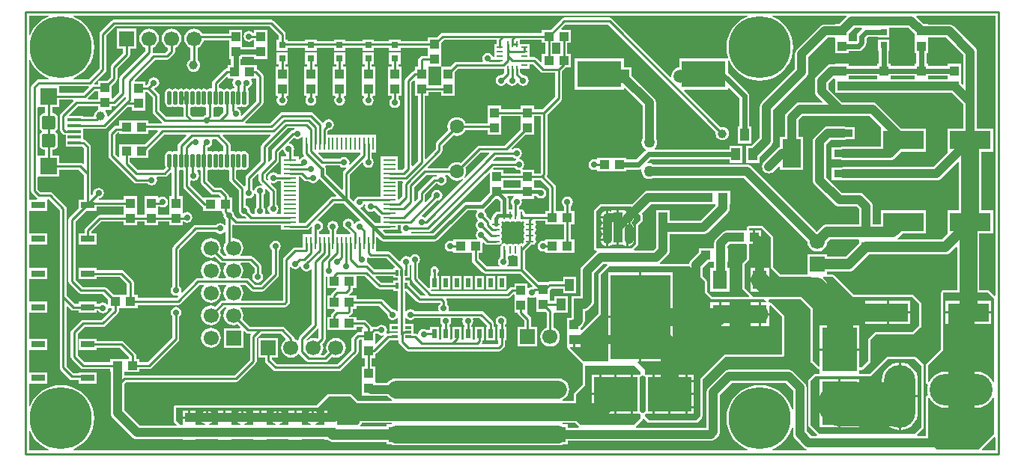
<source format=gtl>
G04 Layer_Physical_Order=1*
G04 Layer_Color=255*
%FSLAX25Y25*%
%MOIN*%
G70*
G01*
G75*
%ADD10R,0.04331X0.03937*%
%ADD11R,0.03937X0.04331*%
%ADD12R,0.02000X0.04000*%
%ADD13R,0.02559X0.01378*%
%ADD14R,0.06496X0.08465*%
%ADD15R,0.01102X0.02756*%
%ADD16R,0.02756X0.01102*%
%ADD17R,0.01378X0.02559*%
%ADD18R,0.03937X0.05512*%
%ADD19R,0.06000X0.03000*%
%ADD20R,0.08465X0.12598*%
%ADD21R,0.08465X0.03543*%
%ADD22R,0.03150X0.03150*%
%ADD23R,0.07480X0.07480*%
G04:AMPARAMS|DCode=24|XSize=60mil|YSize=60mil|CornerRadius=9mil|HoleSize=0mil|Usage=FLASHONLY|Rotation=270.000|XOffset=0mil|YOffset=0mil|HoleType=Round|Shape=RoundedRectangle|*
%AMROUNDEDRECTD24*
21,1,0.06000,0.04200,0,0,270.0*
21,1,0.04200,0.06000,0,0,270.0*
1,1,0.01800,-0.02100,-0.02100*
1,1,0.01800,-0.02100,0.02100*
1,1,0.01800,0.02100,0.02100*
1,1,0.01800,0.02100,-0.02100*
%
%ADD24ROUNDEDRECTD24*%
%ADD25R,0.05984X0.01496*%
%ADD26R,0.15551X0.19291*%
%ADD27R,0.18110X0.08465*%
%ADD28R,0.18307X0.08465*%
%ADD29O,0.00984X0.03543*%
%ADD30O,0.03543X0.00984*%
%ADD31R,0.19685X0.11811*%
%ADD32R,0.19291X0.15551*%
%ADD33O,0.01968X0.06299*%
%ADD34R,0.05800X0.01100*%
%ADD35R,0.01100X0.05800*%
%ADD36R,0.26772X0.37795*%
%ADD37R,0.03937X0.13386*%
%ADD38C,0.01000*%
%ADD39C,0.01575*%
%ADD40C,0.07874*%
%ADD41C,0.03937*%
%ADD42C,0.04724*%
%ADD43C,0.11811*%
%ADD44C,0.05905*%
%ADD45C,0.19685*%
%ADD46C,0.15748*%
%ADD47C,0.02362*%
%ADD48R,0.06693X0.06693*%
%ADD49C,0.06693*%
%ADD50R,0.06693X0.06693*%
%ADD51C,0.27559*%
%ADD52O,0.28000X0.14000*%
%ADD53O,0.14000X0.28000*%
%ADD54C,0.05905*%
%ADD55R,0.05905X0.05905*%
%ADD56C,0.06299*%
%ADD57C,0.02756*%
%ADD58C,0.01618*%
%ADD59C,0.03937*%
%ADD60C,0.05000*%
G36*
X431102Y303150D02*
Y301181D01*
X429134Y299213D01*
Y290354D01*
X427165Y288386D01*
X411417D01*
Y305118D01*
X413386Y307087D01*
X427165D01*
X431102Y303150D01*
D02*
G37*
G36*
X374649Y285350D02*
X375008Y285110D01*
X375590Y284994D01*
X376120Y285100D01*
X376266Y285068D01*
X376620Y284879D01*
Y280269D01*
X371911D01*
X371766Y280748D01*
X371793Y280766D01*
X372319Y281553D01*
X372503Y282480D01*
X372319Y283408D01*
X372002Y283882D01*
Y284879D01*
X372357Y285068D01*
X372502Y285100D01*
X373031Y284994D01*
X373614Y285110D01*
X373973Y285350D01*
X374311Y285406D01*
X374649Y285350D01*
D02*
G37*
G36*
X361911Y290454D02*
X362407Y290123D01*
X362992Y290006D01*
X366732D01*
X366773Y290014D01*
X368012D01*
X368594Y290130D01*
X368933Y290356D01*
X369293Y289996D01*
X369067Y289657D01*
X368951Y289075D01*
Y287836D01*
X368943Y287795D01*
Y284581D01*
X368364Y284195D01*
X367839Y283408D01*
X367654Y282480D01*
X367839Y281553D01*
X368364Y280766D01*
X368392Y280748D01*
X368247Y280269D01*
X362642D01*
X359206Y283705D01*
Y286402D01*
X360842D01*
Y290869D01*
X361304Y291060D01*
X361911Y290454D01*
D02*
G37*
G36*
X324565Y298222D02*
X324532Y298172D01*
X324347Y297244D01*
X324532Y296316D01*
X324991Y295630D01*
X324825Y295129D01*
X317634D01*
X316583Y296180D01*
X316775Y296642D01*
X323244D01*
Y298663D01*
X324329D01*
X324565Y298222D01*
D02*
G37*
G36*
X246502Y295667D02*
Y291125D01*
X246203Y290735D01*
X245765Y289678D01*
X245616Y288543D01*
X245765Y287409D01*
X246203Y286351D01*
X246861Y285494D01*
X246767Y285050D01*
X246747Y284994D01*
X245712D01*
X243960Y286746D01*
X244235Y287409D01*
X244384Y288543D01*
X244235Y289678D01*
X243797Y290735D01*
X243100Y291643D01*
X242192Y292340D01*
X241135Y292778D01*
X240000Y292927D01*
X238865Y292778D01*
X237808Y292340D01*
X236900Y291643D01*
X236203Y290735D01*
X235765Y289678D01*
X235616Y288543D01*
X235765Y287409D01*
X236203Y286351D01*
X236900Y285443D01*
X237808Y284747D01*
X238865Y284309D01*
X240000Y284159D01*
X241135Y284309D01*
X241797Y284583D01*
X243997Y282383D01*
X244494Y282052D01*
X245079Y281935D01*
X246494D01*
X246740Y281435D01*
X246203Y280735D01*
X245765Y279678D01*
X245616Y278543D01*
X245765Y277409D01*
X246203Y276351D01*
X246740Y275651D01*
X246494Y275151D01*
X243506D01*
X243260Y275651D01*
X243797Y276351D01*
X244235Y277409D01*
X244384Y278543D01*
X244235Y279678D01*
X243797Y280735D01*
X243100Y281643D01*
X242192Y282340D01*
X241135Y282778D01*
X240000Y282927D01*
X238865Y282778D01*
X237808Y282340D01*
X236900Y281643D01*
X236203Y280735D01*
X235765Y279678D01*
X235616Y278543D01*
X235765Y277409D01*
X236203Y276351D01*
X236740Y275651D01*
X236494Y275151D01*
X234252D01*
X233667Y275035D01*
X233171Y274704D01*
X227143Y268676D01*
X226682Y268922D01*
X226834Y269685D01*
X226649Y270613D01*
X226124Y271399D01*
X225939Y271523D01*
Y287752D01*
X233901Y295715D01*
X242256D01*
X242380Y295530D01*
X243167Y295004D01*
X244094Y294819D01*
X245022Y295004D01*
X245809Y295530D01*
X246002Y295819D01*
X246502Y295667D01*
D02*
G37*
G36*
X358455Y304764D02*
X357996Y304077D01*
X357812Y303150D01*
X357996Y302222D01*
X358522Y301435D01*
X358896Y301185D01*
Y300685D01*
X358522Y300435D01*
X357996Y299648D01*
X357812Y298721D01*
X357996Y297793D01*
X358522Y297006D01*
X358896Y296756D01*
Y296256D01*
X358522Y296006D01*
X357996Y295219D01*
X357812Y294291D01*
X357996Y293363D01*
X358347Y292839D01*
X358080Y292339D01*
X354650D01*
X354511Y292339D01*
X354150D01*
X354011Y292339D01*
X347819D01*
Y291842D01*
X347564Y291706D01*
X347319Y291623D01*
X346457Y291795D01*
X345529Y291610D01*
X344742Y291085D01*
X344217Y290298D01*
X344032Y289370D01*
X344217Y288442D01*
X344742Y287656D01*
X345529Y287130D01*
X346457Y286946D01*
X347319Y287117D01*
X347564Y287034D01*
X347819Y286898D01*
Y286402D01*
X354011D01*
X354150Y286402D01*
X354511D01*
X354650Y286402D01*
X356147D01*
Y283071D01*
X356264Y282486D01*
X356595Y281990D01*
X360927Y277658D01*
X361423Y277327D01*
X362008Y277210D01*
X377516D01*
X383145Y271581D01*
X382899Y271120D01*
X382874Y271125D01*
X381946Y270941D01*
X381421Y270590D01*
X380921Y270857D01*
Y272850D01*
X374984D01*
Y271214D01*
X374016D01*
X373430Y271098D01*
X372934Y270766D01*
X371414Y269246D01*
X343506D01*
X343348Y269277D01*
X338200D01*
X337810Y269668D01*
X338001Y270130D01*
X341331D01*
Y276130D01*
X340860D01*
Y277232D01*
X340871Y277239D01*
X341271Y277837D01*
X341411Y278543D01*
X341271Y279249D01*
X340871Y279848D01*
X340273Y280247D01*
X339567Y280388D01*
X338861Y280247D01*
X338263Y279848D01*
X337863Y279249D01*
X337722Y278543D01*
X337801Y278147D01*
Y276130D01*
X337331D01*
Y270800D01*
X336869Y270609D01*
X332238Y275240D01*
Y281627D01*
X332423Y281750D01*
X332949Y282537D01*
X333133Y283465D01*
X332949Y284392D01*
X332423Y285179D01*
X331637Y285705D01*
X330709Y285889D01*
X329781Y285705D01*
X328994Y285179D01*
X328469Y284392D01*
X328297Y284321D01*
X327699Y284720D01*
X326772Y284905D01*
X325844Y284720D01*
X325057Y284195D01*
X324532Y283408D01*
X324409Y282792D01*
X323867Y282627D01*
X319979Y286514D01*
X319483Y286846D01*
X318898Y286963D01*
X314082D01*
X313594Y286992D01*
Y293361D01*
X314056Y293553D01*
X315591Y292019D01*
X315591Y292018D01*
X316182Y291623D01*
X316879Y291485D01*
X316879Y291485D01*
X339567D01*
X339567Y291485D01*
X340264Y291623D01*
X340856Y292018D01*
X354101Y305264D01*
X358289D01*
X358455Y304764D01*
D02*
G37*
G36*
X309942Y284352D02*
X310438Y284020D01*
X311024Y283904D01*
X318264D01*
X321867Y280300D01*
X321676Y279839D01*
X321146D01*
Y279088D01*
X312641D01*
X310137Y281593D01*
X309640Y281925D01*
X309533Y281946D01*
X309303Y282502D01*
X309327Y282537D01*
X309511Y283465D01*
X309359Y284227D01*
X309820Y284473D01*
X309942Y284352D01*
D02*
G37*
G36*
X250404Y298779D02*
X250989Y298663D01*
X271244D01*
Y296642D01*
X279044D01*
Y296663D01*
X282444D01*
X283029Y296779D01*
X283525Y297111D01*
X284496Y298082D01*
X284599Y298050D01*
X285031Y297856D01*
X284915Y297271D01*
Y294792D01*
X280894D01*
Y288895D01*
X277523D01*
X276938Y288778D01*
X276441Y288447D01*
X272541Y284546D01*
X272209Y284050D01*
X272093Y283465D01*
Y265232D01*
X272087Y265226D01*
X253563D01*
X253317Y265726D01*
X253797Y266351D01*
X254235Y267409D01*
X254384Y268543D01*
X254235Y269678D01*
X253797Y270735D01*
X253139Y271593D01*
X253233Y272036D01*
X253253Y272093D01*
X255272D01*
X257777Y269588D01*
X258273Y269256D01*
X258858Y269140D01*
X262795D01*
X263381Y269256D01*
X263877Y269588D01*
X269782Y275493D01*
X270114Y275990D01*
X270230Y276575D01*
Y287532D01*
X270415Y287656D01*
X270941Y288442D01*
X271125Y289370D01*
X270941Y290298D01*
X270415Y291085D01*
X269629Y291610D01*
X268701Y291795D01*
X267773Y291610D01*
X266986Y291085D01*
X266461Y290298D01*
X266276Y289370D01*
X266461Y288442D01*
X266986Y287656D01*
X267171Y287532D01*
Y277208D01*
X262162Y272199D01*
X259492D01*
X256987Y274704D01*
X256491Y275035D01*
X255906Y275151D01*
X253506D01*
X253260Y275651D01*
X253797Y276351D01*
X254235Y277409D01*
X254384Y278543D01*
X254235Y279678D01*
X253797Y280735D01*
X253260Y281435D01*
X253506Y281935D01*
X257241D01*
X259297Y279878D01*
Y277429D01*
X259112Y277305D01*
X258587Y276518D01*
X258402Y275590D01*
X258587Y274663D01*
X259112Y273876D01*
X259899Y273351D01*
X260827Y273166D01*
X261755Y273351D01*
X262541Y273876D01*
X263067Y274663D01*
X263251Y275590D01*
X263067Y276518D01*
X262541Y277305D01*
X262356Y277429D01*
Y280512D01*
X262240Y281097D01*
X261908Y281593D01*
X258956Y284546D01*
X258459Y284877D01*
X257874Y284994D01*
X253253D01*
X253233Y285050D01*
X253139Y285494D01*
X253797Y286351D01*
X254235Y287409D01*
X254384Y288543D01*
X254235Y289678D01*
X253797Y290735D01*
X253100Y291643D01*
X252192Y292340D01*
X251135Y292778D01*
X250000Y292927D01*
X249937Y292919D01*
X249561Y293249D01*
Y298798D01*
X250061Y299008D01*
X250404Y298779D01*
D02*
G37*
G36*
X329179Y280903D02*
Y274606D01*
X329296Y274021D01*
X329627Y273525D01*
X335413Y267739D01*
X335221Y267277D01*
X333311D01*
X328461Y272128D01*
Y273933D01*
X326332D01*
Y275279D01*
X328461D01*
Y279839D01*
X328301D01*
Y280642D01*
X328486Y280766D01*
X328679Y281055D01*
X329179Y280903D01*
D02*
G37*
G36*
X589022Y267404D02*
X588560Y267213D01*
X586351Y269422D01*
X586020Y269643D01*
X585630Y269720D01*
X581948D01*
Y294965D01*
X588008D01*
Y305429D01*
X582834D01*
Y331382D01*
X588008D01*
Y341846D01*
X580849D01*
Y353839D01*
Y375886D01*
X580746Y376661D01*
X580447Y377383D01*
X579972Y378003D01*
X570622Y387353D01*
X570002Y387829D01*
X569279Y388128D01*
X568504Y388230D01*
X559071D01*
Y388401D01*
X557171D01*
X553901Y391671D01*
X554108Y392171D01*
X589022D01*
Y267404D01*
D02*
G37*
G36*
X280126Y280158D02*
X280240Y279584D01*
X280766Y278797D01*
X281553Y278272D01*
X282480Y278087D01*
X283408Y278272D01*
X284195Y278797D01*
X284388Y279087D01*
X284888Y278935D01*
Y254571D01*
X279430Y249113D01*
X279099Y248617D01*
X278982Y248031D01*
Y247601D01*
X278482Y247354D01*
X277783Y247891D01*
X277091Y248178D01*
X277004Y248617D01*
X276672Y249113D01*
X272735Y253050D01*
X272239Y253381D01*
X271654Y253498D01*
X257208D01*
X253960Y256746D01*
X254235Y257409D01*
X254384Y258543D01*
X254235Y259678D01*
X253797Y260735D01*
X253100Y261643D01*
X253034Y261694D01*
X253194Y262168D01*
X272721D01*
X273306Y262284D01*
X273802Y262615D01*
X274704Y263517D01*
X275035Y264013D01*
X275151Y264598D01*
Y279919D01*
X275651Y280071D01*
X275845Y279782D01*
X276631Y279256D01*
X277559Y279071D01*
X278487Y279256D01*
X279274Y279782D01*
X279595Y280263D01*
X280126Y280158D01*
D02*
G37*
G36*
X321146Y275279D02*
X323274D01*
Y273933D01*
X321146D01*
Y273183D01*
X315594D01*
X313209Y275568D01*
X313401Y276030D01*
X321146D01*
Y275279D01*
D02*
G37*
G36*
X477811Y290339D02*
X478166Y290339D01*
X478311Y289899D01*
Y283887D01*
X476641Y282217D01*
X476420Y281886D01*
X476343Y281496D01*
Y270669D01*
X476420Y270279D01*
X476641Y269948D01*
X479360Y267230D01*
X479169Y266768D01*
X463021D01*
X460665Y269123D01*
Y273622D01*
X460588Y274012D01*
X460367Y274343D01*
X458703Y276007D01*
Y279665D01*
X461503Y282465D01*
X463263D01*
X463402Y282465D01*
X463763D01*
X463935Y282293D01*
Y279642D01*
X462287D01*
Y269177D01*
X470784D01*
Y279642D01*
X469923D01*
Y282465D01*
X470094D01*
Y288402D01*
X469923D01*
Y289507D01*
X470728Y290313D01*
X475000D01*
X475195Y290339D01*
X477811D01*
D02*
G37*
G36*
X340609Y320648D02*
X340442Y320427D01*
X339567D01*
X338982Y320311D01*
X338486Y319979D01*
X332580Y314074D01*
X332248Y313577D01*
X332132Y312992D01*
Y310673D01*
X330801Y309342D01*
X330301Y309549D01*
Y315716D01*
X335733Y321148D01*
X340360D01*
X340609Y320648D01*
D02*
G37*
G36*
X374721Y311672D02*
X374607Y310995D01*
X374270Y310770D01*
X373744Y309983D01*
X373560Y309055D01*
X373744Y308127D01*
X374061Y307653D01*
Y305869D01*
X373707Y305680D01*
X373561Y305648D01*
X373031Y305754D01*
X372795Y305707D01*
X372295Y306090D01*
Y310237D01*
X372156Y310934D01*
X371938Y311261D01*
X372205Y311761D01*
X374653D01*
X374721Y311672D01*
D02*
G37*
G36*
X368650Y309482D02*
Y304775D01*
X367913D01*
X367913Y304775D01*
X367216Y304637D01*
X366625Y304241D01*
X366625Y304241D01*
X365444Y303060D01*
X365049Y302469D01*
X364910Y301772D01*
X364910Y301772D01*
Y301221D01*
X364410Y301070D01*
X364270Y301278D01*
X362617Y302931D01*
X362661Y303150D01*
X362476Y304077D01*
X361951Y304864D01*
X361685Y305041D01*
Y305643D01*
X361918Y305798D01*
X366538Y310418D01*
X367714D01*
X368650Y309482D01*
D02*
G37*
G36*
X260097Y312262D02*
X260282Y312138D01*
Y306956D01*
X260097Y306833D01*
X259571Y306046D01*
X259386Y305118D01*
X259565Y304222D01*
X259564Y304114D01*
X259354Y303721D01*
X258481D01*
X257302Y304900D01*
X257346Y305118D01*
X257161Y306046D01*
X256636Y306833D01*
X255849Y307358D01*
X255466Y307434D01*
Y310553D01*
X255907Y310789D01*
X255962Y310752D01*
X256890Y310568D01*
X257818Y310752D01*
X258604Y311278D01*
X259130Y312064D01*
X259244Y312638D01*
X259775Y312744D01*
X260097Y312262D01*
D02*
G37*
G36*
X160019Y371222D02*
X161234Y369239D01*
X162745Y367470D01*
X164514Y365959D01*
X166498Y364743D01*
X167727Y364234D01*
X167628Y363734D01*
X163386D01*
X162801Y363618D01*
X162304Y363286D01*
X160336Y361318D01*
X160004Y360822D01*
X159888Y360236D01*
Y313976D01*
X160004Y313391D01*
X160336Y312895D01*
X162304Y310926D01*
X162648Y310697D01*
X162496Y310197D01*
X159213Y310197D01*
X159010Y310613D01*
Y372352D01*
X159510Y372452D01*
X160019Y371222D01*
D02*
G37*
G36*
X325425Y317863D02*
X325359Y317763D01*
X325242Y317178D01*
Y311657D01*
X323706Y310121D01*
X323244Y310312D01*
Y314442D01*
Y318363D01*
X325158D01*
X325425Y317863D01*
D02*
G37*
G36*
X266187Y313343D02*
Y307940D01*
X266002Y307817D01*
X265477Y307030D01*
X265292Y306102D01*
X265477Y305174D01*
X266002Y304388D01*
X266251Y304222D01*
X266100Y303721D01*
X264268D01*
X264058Y304114D01*
X264057Y304222D01*
X264236Y305118D01*
X264051Y306046D01*
X263525Y306833D01*
X263340Y306956D01*
Y312138D01*
X263525Y312262D01*
X264051Y313049D01*
X264236Y313976D01*
X264084Y314739D01*
X264545Y314985D01*
X266187Y313343D01*
D02*
G37*
G36*
X308748Y307834D02*
X308599Y307087D01*
X308784Y306159D01*
X309309Y305372D01*
X310096Y304847D01*
X311024Y304662D01*
X311951Y304847D01*
X312621Y305294D01*
X314905Y303011D01*
X315401Y302679D01*
X315444Y302671D01*
Y299722D01*
X313042D01*
X306503Y306261D01*
X306648Y306739D01*
X307030Y306815D01*
X307817Y307341D01*
X308277Y308029D01*
X308748Y307834D01*
D02*
G37*
G36*
X281399Y318800D02*
X281895Y318469D01*
X282480Y318353D01*
X283595D01*
X283719Y318167D01*
X284505Y317642D01*
X285433Y317457D01*
X286361Y317642D01*
X287147Y318167D01*
X287673Y318954D01*
X287720Y319192D01*
X288261Y319348D01*
X295628Y311981D01*
X295437Y311519D01*
X294241D01*
X293656Y311402D01*
X293160Y311071D01*
X281811Y299722D01*
X279044D01*
Y304542D01*
Y308442D01*
Y312442D01*
Y316342D01*
Y320363D01*
X279837D01*
X281399Y318800D01*
D02*
G37*
G36*
X364158Y321971D02*
Y317110D01*
X364158D01*
Y316749D01*
X364158D01*
Y313192D01*
X359875Y308909D01*
X353346D01*
X352649Y308770D01*
X352058Y308375D01*
X352058Y308375D01*
X338812Y295129D01*
X329246D01*
X328990Y295630D01*
X329051Y295715D01*
X336614D01*
X337199Y295831D01*
X337696Y296163D01*
X363696Y322163D01*
X364158Y321971D01*
D02*
G37*
G36*
X464430Y307927D02*
X464489Y307306D01*
X457815Y300632D01*
X444071D01*
Y305330D01*
X438134D01*
Y297832D01*
X438108Y297638D01*
Y288799D01*
X436752Y287443D01*
X428371D01*
X428164Y287943D01*
X429855Y289633D01*
X430076Y289964D01*
X430153Y290354D01*
Y298790D01*
X431823Y300460D01*
X432044Y300791D01*
X432122Y301181D01*
Y303150D01*
X432044Y303540D01*
X431823Y303871D01*
X431697Y303997D01*
X435729Y308030D01*
X461221D01*
X461415Y308055D01*
X464247D01*
X464430Y307927D01*
D02*
G37*
G36*
X306532Y301077D02*
X306285Y300617D01*
X306102Y300653D01*
X305174Y300468D01*
X304388Y299943D01*
X304066Y299461D01*
X303535Y299567D01*
X303421Y300140D01*
X302895Y300927D01*
X302109Y301453D01*
X301181Y301637D01*
X300253Y301453D01*
X299467Y300927D01*
X298941Y300140D01*
X298757Y299213D01*
X298941Y298285D01*
X299467Y297498D01*
X300253Y296973D01*
X300279Y296968D01*
X301993Y295254D01*
X301801Y294792D01*
X295774D01*
Y296359D01*
X296006Y296514D01*
X296531Y297301D01*
X296716Y298228D01*
X296531Y299156D01*
X296006Y299943D01*
X295219Y300468D01*
X294291Y300653D01*
X293363Y300468D01*
X292577Y299943D01*
X292051Y299156D01*
X291867Y298228D01*
X292051Y297301D01*
X292577Y296514D01*
X292715Y296422D01*
Y294792D01*
X287973D01*
Y295918D01*
X288329Y295988D01*
X289116Y296514D01*
X289642Y297301D01*
X289826Y298228D01*
X289642Y299156D01*
X289116Y299943D01*
X288329Y300468D01*
X287713Y300591D01*
X287548Y301133D01*
X294875Y308460D01*
X299149D01*
X306532Y301077D01*
D02*
G37*
G36*
X374649Y300508D02*
X375008Y300268D01*
X375590Y300152D01*
X376173Y300268D01*
X376532Y300508D01*
X376870Y300564D01*
X377208Y300508D01*
X377567Y300268D01*
X378150Y300152D01*
X378732Y300268D01*
X379071Y300494D01*
X379431Y300134D01*
X379205Y299795D01*
X379089Y299213D01*
X379205Y298630D01*
X379445Y298271D01*
X379501Y297933D01*
X379445Y297595D01*
X379205Y297236D01*
X379089Y296654D01*
X379205Y296071D01*
X379535Y295578D01*
Y295170D01*
X379205Y294677D01*
X379089Y294094D01*
X379205Y293512D01*
X379445Y293153D01*
X379501Y292815D01*
X379445Y292477D01*
X379205Y292118D01*
X379089Y291535D01*
X379195Y291003D01*
X378682Y290490D01*
X378150Y290596D01*
X377567Y290480D01*
X377208Y290240D01*
X376870Y290184D01*
X376532Y290240D01*
X376173Y290480D01*
X375590Y290596D01*
X375008Y290480D01*
X374649Y290240D01*
X374311Y290184D01*
X373973Y290240D01*
X373614Y290480D01*
X373031Y290596D01*
X372449Y290480D01*
X372090Y290240D01*
X371752Y290184D01*
X371414Y290240D01*
X371055Y290480D01*
X370472Y290596D01*
X369890Y290480D01*
X369551Y290254D01*
X369191Y290615D01*
X369417Y290953D01*
X369533Y291535D01*
X369417Y292118D01*
X369177Y292477D01*
X369121Y292815D01*
X369177Y293153D01*
X369417Y293512D01*
X369533Y294094D01*
X369417Y294677D01*
X369088Y295170D01*
Y295578D01*
X369417Y296071D01*
X369533Y296654D01*
X369417Y297236D01*
X369177Y297595D01*
X369121Y297933D01*
X369177Y298271D01*
X369417Y298630D01*
X369533Y299213D01*
X369417Y299795D01*
X369191Y300134D01*
X369551Y300494D01*
X369890Y300268D01*
X370472Y300152D01*
X371055Y300268D01*
X371414Y300508D01*
X371752Y300564D01*
X372090Y300508D01*
X372449Y300268D01*
X373031Y300152D01*
X373614Y300268D01*
X373973Y300508D01*
X374311Y300564D01*
X374649Y300508D01*
D02*
G37*
G36*
X459646Y273622D02*
Y268701D01*
X462598Y265748D01*
X481121D01*
X481299Y265713D01*
X486256D01*
X487219Y264749D01*
X487028Y264287D01*
X484752D01*
Y259555D01*
X488500D01*
Y262815D01*
X488962Y263007D01*
X494095Y257874D01*
Y241142D01*
X468504D01*
X457677Y230315D01*
Y213583D01*
X455709Y211614D01*
X435039D01*
X433071Y213583D01*
Y214355D01*
X433449Y214650D01*
X433571Y214650D01*
X436180D01*
X436233Y214628D01*
X436508Y214591D01*
Y217520D01*
X437508D01*
Y214591D01*
X437783Y214628D01*
X437836Y214650D01*
X443595D01*
Y223425D01*
Y232201D01*
X437836D01*
X437783Y232223D01*
X437508Y232259D01*
Y229331D01*
X436508D01*
Y232259D01*
X436233Y232223D01*
X436180Y232201D01*
X433571D01*
X433449Y232201D01*
X433071Y232495D01*
Y234252D01*
X429809Y237514D01*
X430000Y237976D01*
X430602D01*
Y257373D01*
X416716D01*
Y238189D01*
X405512D01*
X399690Y244011D01*
X399881Y244473D01*
X401075D01*
Y247638D01*
X401575D01*
Y248138D01*
X404543D01*
Y250016D01*
X413386Y258858D01*
Y276575D01*
X417323Y280512D01*
X452756D01*
X459646Y273622D01*
D02*
G37*
G36*
X306102Y218504D02*
Y210630D01*
X305118Y209646D01*
X296701D01*
X296276Y209826D01*
X296276Y210146D01*
Y212492D01*
X293307D01*
X290339D01*
Y210146D01*
X290339Y209826D01*
X289913Y209646D01*
X286419D01*
X286319Y210146D01*
X286930Y210399D01*
X287550Y210875D01*
X288026Y211495D01*
X288325Y212217D01*
X288361Y212492D01*
X282505D01*
X282541Y212217D01*
X282840Y211495D01*
X283316Y210875D01*
X283936Y210399D01*
X284547Y210146D01*
X284447Y209646D01*
X280953D01*
X280528Y209826D01*
X280528Y210146D01*
Y212492D01*
X277559D01*
X274591D01*
Y210146D01*
X274590Y209826D01*
X274165Y209646D01*
X270671D01*
X270571Y210146D01*
X271182Y210399D01*
X271802Y210875D01*
X272278Y211495D01*
X272577Y212217D01*
X272613Y212492D01*
X266757D01*
X266793Y212217D01*
X267092Y211495D01*
X267568Y210875D01*
X268188Y210399D01*
X268799Y210146D01*
X268699Y209646D01*
X265205D01*
X264779Y209826D01*
X264779Y210146D01*
Y212492D01*
X261811D01*
X258842D01*
Y210146D01*
X258842Y209826D01*
X258417Y209646D01*
X254923D01*
X254823Y210146D01*
X255434Y210399D01*
X256054Y210875D01*
X256530Y211495D01*
X256829Y212217D01*
X256865Y212492D01*
X251009D01*
X251045Y212217D01*
X251344Y211495D01*
X251820Y210875D01*
X252440Y210399D01*
X253051Y210146D01*
X252951Y209646D01*
X249457D01*
X249031Y209826D01*
X249031Y210146D01*
Y212492D01*
X246063D01*
X243094D01*
Y210146D01*
X243094Y209826D01*
X242669Y209646D01*
X239175D01*
X239075Y210146D01*
X239686Y210399D01*
X240306Y210875D01*
X240782Y211495D01*
X241081Y212217D01*
X241117Y212492D01*
X235261D01*
X235297Y212217D01*
X235596Y211495D01*
X236072Y210875D01*
X236692Y210399D01*
X237303Y210146D01*
X237203Y209646D01*
X233709D01*
X233283Y209826D01*
X233283Y210146D01*
Y212492D01*
X230315D01*
Y212992D01*
D01*
Y212492D01*
X227346D01*
Y210146D01*
X227346Y209826D01*
X226921Y209646D01*
X226378D01*
X224410Y211614D01*
Y217520D01*
X287402D01*
X292323Y222441D01*
X302165D01*
X306102Y218504D01*
D02*
G37*
G36*
X320473Y210121D02*
X320041Y209909D01*
X318122D01*
Y208954D01*
X306522D01*
X306330Y209416D01*
X306823Y209909D01*
X307044Y210240D01*
X307113Y210583D01*
X320381D01*
X320473Y210121D01*
D02*
G37*
G36*
X588583Y265748D02*
Y228900D01*
X588083Y228775D01*
X587503Y229860D01*
X586503Y231078D01*
X585285Y232078D01*
X583895Y232821D01*
X582387Y233278D01*
X580819Y233432D01*
X574319D01*
Y225394D01*
Y217355D01*
X580819D01*
X582387Y217510D01*
X583895Y217967D01*
X585285Y218710D01*
X586503Y219709D01*
X587503Y220928D01*
X588083Y222012D01*
X588583Y221887D01*
Y205709D01*
X581693Y198819D01*
X562992D01*
X559055Y202756D01*
Y221887D01*
X559555Y222012D01*
X560135Y220928D01*
X561135Y219709D01*
X562353Y218710D01*
X563743Y217967D01*
X565251Y217510D01*
X566819Y217355D01*
X573319D01*
Y225394D01*
Y233432D01*
X566819D01*
X565251Y233278D01*
X563743Y232821D01*
X562353Y232078D01*
X561135Y231078D01*
X560135Y229860D01*
X559555Y228775D01*
X559055Y228900D01*
Y236221D01*
X565945Y243110D01*
Y268701D01*
X585630D01*
X588583Y265748D01*
D02*
G37*
G36*
X172683Y305469D02*
Y266732D01*
Y235236D01*
X172800Y234651D01*
X173131Y234155D01*
X177068Y230218D01*
X177564Y229886D01*
X178150Y229770D01*
X181213D01*
Y228189D01*
X189213D01*
Y233189D01*
X181213D01*
Y232829D01*
X178783D01*
X175742Y235870D01*
Y262387D01*
X176204Y262578D01*
X177678Y261104D01*
X178175Y260772D01*
X178760Y260656D01*
X181213D01*
Y259685D01*
X189213D01*
Y260656D01*
X189841D01*
X190215Y260097D01*
X191001Y259571D01*
X191929Y259386D01*
X192857Y259571D01*
X193643Y260097D01*
X194169Y260883D01*
X194351Y261795D01*
X195912D01*
Y261067D01*
X191296Y256451D01*
X183071D01*
X182486Y256334D01*
X181989Y256003D01*
X178052Y252066D01*
X177721Y251570D01*
X177604Y250984D01*
Y240158D01*
X177721Y239572D01*
X178052Y239076D01*
X181989Y235139D01*
X182486Y234807D01*
X183071Y234691D01*
X195260D01*
Y233252D01*
X195431D01*
Y227362D01*
Y214960D01*
X195534Y214185D01*
X195833Y213463D01*
X196309Y212843D01*
X204969Y204183D01*
X205589Y203707D01*
X206311Y203408D01*
X207086Y203306D01*
X227346D01*
Y203134D01*
X233283D01*
Y203306D01*
X243094D01*
Y203134D01*
X249031D01*
Y203306D01*
X258842D01*
Y203134D01*
X264779D01*
Y203306D01*
X274591D01*
Y203134D01*
X280528D01*
Y203306D01*
X290339D01*
Y203134D01*
X291686D01*
X292348Y202626D01*
X293166Y202287D01*
X294044Y202172D01*
X318122D01*
Y201217D01*
X320061D01*
X321180Y200753D01*
X322468Y200583D01*
X394468D01*
X395757Y200753D01*
X396876Y201217D01*
X398815D01*
Y202569D01*
X462453D01*
X463228Y202671D01*
X463950Y202970D01*
X464570Y203446D01*
X465046Y204066D01*
X465056Y204090D01*
X465080Y204100D01*
X465700Y204576D01*
X466176Y205196D01*
X466475Y205918D01*
X466577Y206693D01*
Y223169D01*
X471713Y228305D01*
X495807D01*
X498974Y225138D01*
Y216727D01*
X498474Y216668D01*
X498352Y217180D01*
X497461Y219329D01*
X496246Y221312D01*
X494735Y223081D01*
X492966Y224592D01*
X490982Y225808D01*
X488833Y226698D01*
X486571Y227241D01*
X484252Y227424D01*
X481933Y227241D01*
X479671Y226698D01*
X477522Y225808D01*
X475538Y224592D01*
X473769Y223081D01*
X472258Y221312D01*
X471043Y219329D01*
X470152Y217180D01*
X469609Y214918D01*
X469427Y212598D01*
X469609Y210279D01*
X470152Y208017D01*
X471043Y205868D01*
X472258Y203884D01*
X473769Y202115D01*
X475538Y200605D01*
X477522Y199389D01*
X478751Y198880D01*
X478652Y198380D01*
X178829D01*
X178729Y198880D01*
X179959Y199389D01*
X181942Y200605D01*
X183711Y202115D01*
X185222Y203884D01*
X186438Y205868D01*
X187328Y208017D01*
X187871Y210279D01*
X188054Y212598D01*
X187871Y214918D01*
X187328Y217180D01*
X186438Y219329D01*
X185222Y221312D01*
X183711Y223081D01*
X181942Y224592D01*
X179959Y225808D01*
X177810Y226698D01*
X175548Y227241D01*
X173228Y227424D01*
X170909Y227241D01*
X168647Y226698D01*
X166498Y225808D01*
X164514Y224592D01*
X162745Y223081D01*
X161234Y221312D01*
X160019Y219329D01*
X159510Y218099D01*
X159010Y218199D01*
Y227773D01*
X159213Y228189D01*
X159510Y228189D01*
X167213D01*
Y233189D01*
X159510D01*
X159213Y233189D01*
X159010Y233605D01*
Y242773D01*
X159213Y243189D01*
X159510Y243189D01*
X167213D01*
Y248189D01*
X159510D01*
X159213Y248189D01*
X159010Y248605D01*
Y259269D01*
X159213Y259685D01*
X159510Y259685D01*
X167213D01*
Y264685D01*
X159510D01*
X159213Y264685D01*
X159010Y265101D01*
Y274269D01*
X159213Y274685D01*
X159510Y274685D01*
X167213D01*
Y279685D01*
X159510D01*
X159213Y279685D01*
X159010Y280101D01*
Y289781D01*
X159213Y290197D01*
X159510Y290197D01*
X167213D01*
Y295197D01*
X159510D01*
X159213Y295197D01*
X159010Y295613D01*
Y304781D01*
X159213Y305197D01*
X159510Y305197D01*
X167213D01*
Y309979D01*
X167213Y310197D01*
X167596Y310478D01*
X167674D01*
X172683Y305469D01*
D02*
G37*
G36*
X432344Y231776D02*
X432389Y231749D01*
X432403Y231739D01*
X432444Y231691D01*
X432822Y231397D01*
X432944Y231335D01*
X433059Y231259D01*
X433121Y231246D01*
X433177Y231218D01*
X433314Y231208D01*
X433449Y231181D01*
X433449D01*
Y215669D01*
X433449D01*
X433314Y215642D01*
X433177Y215632D01*
X433121Y215604D01*
X433059Y215592D01*
X432944Y215515D01*
X432822Y215454D01*
X432444Y215159D01*
X432403Y215111D01*
X432389Y215102D01*
X432344Y215074D01*
X432341Y215073D01*
X431833Y215074D01*
X431830Y215074D01*
X431784Y215102D01*
X431771Y215111D01*
X431729Y215159D01*
X431351Y215454D01*
X431229Y215515D01*
X431115Y215592D01*
X431052Y215604D01*
X430996Y215632D01*
X430859Y215642D01*
X430724Y215669D01*
X430724D01*
Y231181D01*
X430724D01*
X430859Y231208D01*
X430996Y231218D01*
X431052Y231246D01*
X431115Y231259D01*
X431229Y231335D01*
X431351Y231397D01*
X431729Y231691D01*
X431771Y231739D01*
X431784Y231749D01*
X431830Y231776D01*
X431833Y231777D01*
X432341Y231777D01*
X432344Y231776D01*
D02*
G37*
G36*
X403674Y209057D02*
X403487Y208557D01*
X398815D01*
Y209909D01*
X396896D01*
X396464Y210121D01*
X396556Y210583D01*
X402148D01*
X403674Y209057D01*
D02*
G37*
G36*
X589022Y204053D02*
Y198380D01*
X583349D01*
X583158Y198842D01*
X588560Y204244D01*
X589022Y204053D01*
D02*
G37*
G36*
X498974Y208469D02*
Y205709D01*
X499076Y204934D01*
X499375Y204212D01*
X499851Y203591D01*
X503788Y199654D01*
X504408Y199179D01*
X504708Y199055D01*
X505131Y198880D01*
X505096Y198380D01*
X489853D01*
X489753Y198880D01*
X490982Y199389D01*
X492966Y200605D01*
X494735Y202115D01*
X496246Y203884D01*
X497461Y205868D01*
X498352Y208017D01*
X498474Y208529D01*
X498974Y208469D01*
D02*
G37*
G36*
X160019Y205868D02*
X161234Y203884D01*
X162745Y202115D01*
X164514Y200605D01*
X166498Y199389D01*
X167727Y198880D01*
X167628Y198380D01*
X159010D01*
Y206998D01*
X159510Y207097D01*
X160019Y205868D01*
D02*
G37*
G36*
X556102Y236221D02*
Y208661D01*
X553150Y205709D01*
X510827D01*
X506890Y209646D01*
Y229331D01*
X508858Y231299D01*
X533465D01*
X541339Y239173D01*
X553150D01*
X556102Y236221D01*
D02*
G37*
G36*
X571989Y288882D02*
Y269720D01*
X565945D01*
X565555Y269643D01*
X565224Y269422D01*
X565003Y269091D01*
X564925Y268701D01*
Y243533D01*
X558334Y236941D01*
X558113Y236611D01*
X558036Y236221D01*
Y228900D01*
X558050Y228826D01*
X558047Y228751D01*
X558089Y228633D01*
X558113Y228510D01*
X558155Y228447D01*
X558181Y228376D01*
X558265Y228283D01*
X558334Y228179D01*
X558397Y228137D01*
X558448Y228081D01*
X558561Y228028D01*
X558665Y227958D01*
X558711Y227949D01*
X558789Y227920D01*
X558807Y227911D01*
X558822Y227908D01*
X558843Y227900D01*
X559088Y227468D01*
X558935Y226962D01*
X558780Y225394D01*
X558935Y223825D01*
X559088Y223320D01*
X558843Y222888D01*
X558822Y222880D01*
X558807Y222876D01*
X558789Y222867D01*
X558711Y222838D01*
X558665Y222829D01*
X558561Y222760D01*
X558448Y222706D01*
X558397Y222650D01*
X558334Y222608D01*
X558265Y222504D01*
X558181Y222411D01*
X558155Y222340D01*
X558113Y222277D01*
X558089Y222155D01*
X558047Y222037D01*
X558050Y221961D01*
X558036Y221887D01*
Y204766D01*
X554356D01*
X554149Y205266D01*
X556823Y207941D01*
X557044Y208271D01*
X557122Y208661D01*
Y236221D01*
X557044Y236611D01*
X556823Y236941D01*
X553871Y239894D01*
X553540Y240115D01*
X553150Y240193D01*
X541339D01*
X540948Y240115D01*
X540618Y239894D01*
X533042Y232319D01*
X528819D01*
X528461Y232661D01*
Y234217D01*
X529528D01*
X529918Y234294D01*
X530248Y234515D01*
X533201Y237468D01*
X533422Y237799D01*
X533500Y238189D01*
Y247609D01*
X535855Y249965D01*
X552165D01*
X552556Y250042D01*
X552886Y250263D01*
X555839Y253216D01*
X556060Y253547D01*
X556138Y253937D01*
Y263779D01*
X556060Y264170D01*
X555839Y264500D01*
X552886Y267453D01*
X552556Y267674D01*
X552165Y267752D01*
X526013D01*
X517453Y276311D01*
X517123Y276533D01*
X516732Y276610D01*
X514474D01*
X514189Y276992D01*
Y277947D01*
X523858D01*
X524735Y278063D01*
X525553Y278402D01*
X526256Y278941D01*
X532901Y285586D01*
X566634D01*
X567512Y285701D01*
X567851Y285841D01*
X568330Y286040D01*
X569032Y286579D01*
X571527Y289074D01*
X571989Y288882D01*
D02*
G37*
G36*
X506854Y261389D02*
Y238189D01*
X506932Y237799D01*
X507153Y237468D01*
X509689Y234933D01*
X510019Y234712D01*
X510409Y234634D01*
X510910Y234229D01*
Y232661D01*
X510551Y232319D01*
X508858D01*
X508468Y232241D01*
X508137Y232020D01*
X506169Y230052D01*
X505948Y229721D01*
X505870Y229331D01*
Y209646D01*
X505948Y209256D01*
X506169Y208925D01*
X509828Y205266D01*
X509621Y204766D01*
X507146D01*
X504963Y206949D01*
Y226378D01*
X504861Y227153D01*
X504685Y227576D01*
X504562Y227875D01*
X504086Y228495D01*
X499164Y233416D01*
X498544Y233892D01*
X497822Y234191D01*
X497047Y234293D01*
X470472D01*
X469698Y234191D01*
X469275Y234016D01*
X468975Y233892D01*
X468355Y233416D01*
X461466Y226527D01*
X460990Y225906D01*
X460691Y225184D01*
X460589Y224410D01*
Y208557D01*
X429190D01*
X429003Y209057D01*
X431823Y211877D01*
X432044Y212208D01*
X432086Y212418D01*
X432514Y212594D01*
X432619Y212592D01*
X434318Y210893D01*
X434649Y210672D01*
X435039Y210595D01*
X455709D01*
X456099Y210672D01*
X456430Y210893D01*
X458398Y212862D01*
X458619Y213193D01*
X458697Y213583D01*
Y229893D01*
X468926Y240122D01*
X494095D01*
X494485Y240200D01*
X494815Y240421D01*
X495037Y240752D01*
X495114Y241142D01*
Y257874D01*
X495037Y258264D01*
X494815Y258595D01*
X489683Y263727D01*
X489352Y263949D01*
X488962Y264026D01*
X488500Y264287D01*
X488239Y264749D01*
X488161Y265140D01*
X488112Y265213D01*
X488379Y265713D01*
X502530D01*
X506854Y261389D01*
D02*
G37*
G36*
X313879Y270572D02*
X314375Y270241D01*
X314961Y270124D01*
X321146D01*
Y269374D01*
X323274D01*
Y260435D01*
X322774Y260283D01*
X322581Y260573D01*
X321794Y261098D01*
X320866Y261283D01*
X320648Y261239D01*
X316534Y265353D01*
X316038Y265685D01*
X315453Y265801D01*
X304740D01*
Y267240D01*
X301581D01*
X301562Y267263D01*
X301399Y267740D01*
X302656Y268997D01*
X302987Y269493D01*
X303104Y270078D01*
Y270654D01*
X304740D01*
Y276030D01*
X308422D01*
X313879Y270572D01*
D02*
G37*
G36*
X416324Y280955D02*
X412665Y277296D01*
X412444Y276965D01*
X412366Y276575D01*
Y259281D01*
X405005Y251920D01*
X404543Y252111D01*
Y253064D01*
X405464Y253985D01*
X405939Y254605D01*
X406238Y255327D01*
X406340Y256102D01*
Y260423D01*
X406877Y260493D01*
X407599Y260792D01*
X408219Y261268D01*
X409597Y262647D01*
X410073Y263267D01*
X410372Y263989D01*
X410474Y264764D01*
Y277303D01*
X414626Y281455D01*
X416117D01*
X416324Y280955D01*
D02*
G37*
G36*
X318485Y259076D02*
X318442Y258858D01*
X318626Y257930D01*
X319152Y257144D01*
X319938Y256618D01*
X320866Y256434D01*
X321794Y256618D01*
X322581Y257144D01*
X322774Y257433D01*
X323274Y257281D01*
Y254642D01*
X319571D01*
Y251264D01*
X323274D01*
Y250705D01*
X319571D01*
Y250545D01*
X318898D01*
X318387Y250444D01*
X318198Y250617D01*
X318057Y250849D01*
X318185Y251041D01*
X318369Y251969D01*
X318185Y252896D01*
X317659Y253683D01*
X316873Y254208D01*
X315945Y254393D01*
X315017Y254208D01*
X314230Y253683D01*
X314107Y253498D01*
X312599D01*
X312014Y253381D01*
X311920Y253319D01*
X311458Y253510D01*
X311452Y253538D01*
X311121Y254034D01*
X309152Y256003D01*
X308656Y256334D01*
X308071Y256451D01*
X304740D01*
Y257890D01*
X301616D01*
X301566Y258390D01*
X301766Y258430D01*
X302262Y258761D01*
X302656Y259154D01*
X302987Y259650D01*
X303104Y260236D01*
Y261303D01*
X304740D01*
Y262742D01*
X314819D01*
X318485Y259076D01*
D02*
G37*
G36*
X246767Y272036D02*
X246861Y271593D01*
X246203Y270735D01*
X245765Y269678D01*
X245616Y268543D01*
X245765Y267409D01*
X246203Y266351D01*
X246683Y265726D01*
X246437Y265226D01*
X245153D01*
X244568Y265110D01*
X244072Y264778D01*
X241797Y262503D01*
X241135Y262778D01*
X240000Y262927D01*
X238865Y262778D01*
X237808Y262340D01*
X236900Y261643D01*
X236203Y260735D01*
X235765Y259678D01*
X235616Y258543D01*
X235765Y257409D01*
X236203Y256351D01*
X236900Y255443D01*
X237808Y254747D01*
X238865Y254309D01*
X240000Y254159D01*
X241135Y254309D01*
X242192Y254747D01*
X243100Y255443D01*
X243797Y256351D01*
X244235Y257409D01*
X244384Y258543D01*
X244235Y259678D01*
X243960Y260340D01*
X245787Y262168D01*
X246806D01*
X246966Y261694D01*
X246900Y261643D01*
X246203Y260735D01*
X245765Y259678D01*
X245616Y258543D01*
X245765Y257409D01*
X246203Y256351D01*
X246900Y255443D01*
X247808Y254747D01*
X248865Y254309D01*
X250000Y254159D01*
X251135Y254309D01*
X251797Y254583D01*
X253029Y253352D01*
X252837Y252890D01*
X245654D01*
Y244197D01*
X254346D01*
Y251381D01*
X254808Y251572D01*
X255493Y250887D01*
X255990Y250555D01*
X256575Y250439D01*
X257457D01*
X257671Y249939D01*
X257445Y249601D01*
X257329Y249016D01*
Y238823D01*
X250351Y231844D01*
X201420D01*
Y233081D01*
X201591Y233252D01*
X201952D01*
X202091Y233252D01*
X208283D01*
Y234691D01*
X212598D01*
X213184Y234807D01*
X213680Y235139D01*
X225491Y246950D01*
X225822Y247446D01*
X225939Y248031D01*
Y258004D01*
X226124Y258128D01*
X226649Y258915D01*
X226834Y259842D01*
X226649Y260770D01*
X226124Y261557D01*
X225337Y262083D01*
X224410Y262267D01*
X223482Y262083D01*
X222695Y261557D01*
X222169Y260770D01*
X221985Y259842D01*
X222169Y258915D01*
X222695Y258128D01*
X222880Y258004D01*
Y248665D01*
X211965Y237750D01*
X208283D01*
Y239189D01*
X206647D01*
Y240749D01*
X206531Y241334D01*
X206199Y241830D01*
X201259Y246770D01*
X200762Y247102D01*
X200177Y247218D01*
X189213D01*
Y248189D01*
X181213D01*
Y243189D01*
X189213D01*
Y244160D01*
X199544D01*
X203588Y240115D01*
Y239189D01*
X202091D01*
X201952Y239189D01*
X201591D01*
X201452Y239189D01*
X198620D01*
X198426Y239215D01*
X198231Y239189D01*
X195260D01*
Y237750D01*
X183704D01*
X180663Y240791D01*
Y250351D01*
X183704Y253392D01*
X191929D01*
X192514Y253508D01*
X193011Y253840D01*
X198523Y259352D01*
X198854Y259848D01*
X198971Y260434D01*
Y261795D01*
X200607D01*
Y261795D01*
X200968D01*
Y261795D01*
X207299D01*
Y263234D01*
X225394D01*
X225979Y263351D01*
X226475Y263682D01*
X234886Y272093D01*
X236748D01*
X236767Y272036D01*
X236861Y271593D01*
X236203Y270735D01*
X235765Y269678D01*
X235616Y268543D01*
X235765Y267409D01*
X236203Y266351D01*
X236900Y265443D01*
X237808Y264747D01*
X238865Y264309D01*
X240000Y264159D01*
X241135Y264309D01*
X242192Y264747D01*
X243100Y265443D01*
X243797Y266351D01*
X244235Y267409D01*
X244384Y268543D01*
X244235Y269678D01*
X243797Y270735D01*
X243139Y271593D01*
X243233Y272036D01*
X243252Y272093D01*
X246747D01*
X246767Y272036D01*
D02*
G37*
G36*
X183510Y321217D02*
Y310197D01*
X181213D01*
Y306407D01*
X177068Y302263D01*
X176737Y301766D01*
X176620Y301181D01*
Y273622D01*
X176737Y273037D01*
X177068Y272541D01*
X181005Y268604D01*
X181501Y268272D01*
X182087Y268156D01*
X191887D01*
X194276Y265766D01*
Y263479D01*
X193776Y263327D01*
X193643Y263525D01*
X192857Y264051D01*
X191929Y264236D01*
X191001Y264051D01*
X190498Y263714D01*
X189213D01*
Y264685D01*
X181213D01*
Y263714D01*
X179393D01*
X175742Y267366D01*
Y306102D01*
X175626Y306688D01*
X175294Y307184D01*
X169388Y313089D01*
X168892Y313421D01*
X168307Y313537D01*
X164019D01*
X162947Y314610D01*
Y319804D01*
X163051Y320260D01*
X172531D01*
Y323471D01*
X181256D01*
X183510Y321217D01*
D02*
G37*
G36*
X331596Y264667D02*
X332092Y264335D01*
X332677Y264219D01*
X341886D01*
X341974Y264130D01*
Y263649D01*
X341790Y263525D01*
X341264Y262739D01*
X341079Y261811D01*
X341264Y260883D01*
X341300Y260829D01*
X341065Y260388D01*
X330578D01*
X330455Y260573D01*
X329668Y261098D01*
X328740Y261283D01*
X327812Y261098D01*
X327026Y260573D01*
X326833Y260283D01*
X326332Y260435D01*
Y269374D01*
X326888D01*
X331596Y264667D01*
D02*
G37*
G36*
X287739Y252696D02*
X287915Y252579D01*
Y248582D01*
X287388Y248055D01*
X286725Y248329D01*
X285591Y248479D01*
X284456Y248329D01*
X283399Y247891D01*
X282723Y247373D01*
X282393Y247749D01*
X287416Y252772D01*
X287739Y252696D01*
D02*
G37*
G36*
X291717Y275867D02*
Y270654D01*
X295825D01*
X295875Y270153D01*
X295675Y270114D01*
X295178Y269782D01*
X293801Y268405D01*
X293469Y267909D01*
X293353Y267323D01*
Y267240D01*
X291717D01*
Y261303D01*
X294876D01*
X294895Y261280D01*
X295058Y260803D01*
X293801Y259546D01*
X293469Y259050D01*
X293353Y258465D01*
Y257890D01*
X291717D01*
Y251953D01*
X297909D01*
X298048Y251953D01*
X298409D01*
X298548Y251953D01*
X304740D01*
Y253392D01*
X307437D01*
X307793Y253036D01*
X307601Y252574D01*
X307071D01*
Y250938D01*
X305511D01*
X304926Y250822D01*
X304430Y250490D01*
X303052Y249113D01*
X302721Y248617D01*
X302605Y248031D01*
Y243074D01*
X296296Y236766D01*
X269334D01*
X267120Y238980D01*
Y239748D01*
X269937D01*
Y248441D01*
X261244D01*
Y239748D01*
X264061D01*
Y238347D01*
X264178Y237761D01*
X264509Y237265D01*
X267619Y234155D01*
X268115Y233823D01*
X268701Y233707D01*
X296929D01*
X297514Y233823D01*
X298011Y234155D01*
X305215Y241359D01*
X305547Y241856D01*
X305663Y242441D01*
Y247398D01*
X306145Y247880D01*
X307071D01*
Y246382D01*
X307071Y246244D01*
Y245883D01*
X307071Y245743D01*
Y239551D01*
X308510D01*
Y235842D01*
X307071D01*
Y229650D01*
X307071Y229511D01*
Y229150D01*
X307071Y229011D01*
Y222819D01*
X310312D01*
X310670Y222671D01*
X311445Y222569D01*
X318543D01*
X318947Y222042D01*
X319979Y221251D01*
X320481Y221043D01*
X320381Y220543D01*
X305506D01*
X302886Y223162D01*
X302555Y223383D01*
X302165Y223461D01*
X292323D01*
X291933Y223383D01*
X291602Y223162D01*
X286979Y218539D01*
X224410D01*
X224019Y218462D01*
X223689Y218241D01*
X223467Y217910D01*
X223390Y217520D01*
Y211614D01*
X223467Y211224D01*
X223689Y210893D01*
X224826Y209756D01*
X224635Y209294D01*
X208326D01*
X201420Y216200D01*
Y227362D01*
Y228193D01*
X202012Y228786D01*
X250984D01*
X251570Y228902D01*
X252066Y229234D01*
X259940Y237107D01*
X260271Y237604D01*
X260388Y238189D01*
Y248382D01*
X262444Y250439D01*
X271020D01*
X273155Y248304D01*
X273094Y247658D01*
X272491Y247194D01*
X271794Y246287D01*
X271356Y245229D01*
X271207Y244094D01*
X271356Y242960D01*
X271794Y241902D01*
X272491Y240995D01*
X273399Y240298D01*
X274456Y239860D01*
X275590Y239710D01*
X276725Y239860D01*
X277783Y240298D01*
X278691Y240995D01*
X278912Y241283D01*
X279285Y241270D01*
X279474Y241194D01*
X282502Y238167D01*
X282998Y237835D01*
X283583Y237719D01*
X290744D01*
X291329Y237835D01*
X291826Y238167D01*
X293793Y240134D01*
X294456Y239860D01*
X295590Y239710D01*
X296725Y239860D01*
X297782Y240298D01*
X298691Y240995D01*
X299387Y241902D01*
X299825Y242960D01*
X299974Y244094D01*
X299825Y245229D01*
X299387Y246287D01*
X298691Y247194D01*
X297782Y247891D01*
X296725Y248329D01*
X295590Y248479D01*
X294456Y248329D01*
X293399Y247891D01*
X292491Y247194D01*
X291794Y246287D01*
X291356Y245229D01*
X291207Y244094D01*
X291356Y242960D01*
X291630Y242297D01*
X290111Y240777D01*
X289154D01*
X288908Y241277D01*
X289387Y241902D01*
X289825Y242960D01*
X289974Y244094D01*
X289825Y245229D01*
X289551Y245892D01*
X290526Y246867D01*
X290858Y247363D01*
X290974Y247949D01*
Y275728D01*
X291474Y276012D01*
X291717Y275867D01*
D02*
G37*
G36*
X489173Y293307D02*
Y279528D01*
X493110Y275590D01*
X507217D01*
X507387Y275091D01*
X506743Y274596D01*
X506046Y273688D01*
X505608Y272631D01*
X505524Y271996D01*
X509842D01*
X514161D01*
X514077Y272631D01*
X513639Y273688D01*
X512943Y274596D01*
X512298Y275091D01*
X512468Y275590D01*
X516732D01*
X525591Y266732D01*
X552165D01*
X555118Y263779D01*
Y253937D01*
X552165Y250984D01*
X535433D01*
X532480Y248031D01*
Y238189D01*
X529528Y235236D01*
X528461D01*
Y242807D01*
X519685D01*
X510910D01*
Y235861D01*
X510409Y235653D01*
X507874Y238189D01*
Y261811D01*
X502953Y266732D01*
X481299D01*
X477362Y270669D01*
Y281496D01*
X479331Y283465D01*
Y290339D01*
X481192D01*
Y293307D01*
Y296276D01*
X479331D01*
Y297244D01*
X485236D01*
X489173Y293307D01*
D02*
G37*
G36*
X431102Y233268D02*
Y232495D01*
X430724Y232201D01*
X430602Y232201D01*
X427993D01*
X427940Y232223D01*
X427665Y232259D01*
Y229331D01*
X426665D01*
Y232259D01*
X426390Y232223D01*
X426337Y232201D01*
X420579D01*
Y223425D01*
Y214650D01*
X426337D01*
X426390Y214628D01*
X426665Y214591D01*
Y217520D01*
X427665D01*
Y214591D01*
X427940Y214628D01*
X427993Y214650D01*
X430602D01*
X430724Y214650D01*
X431102Y214355D01*
Y212598D01*
X428150Y209646D01*
X404528D01*
X402559Y211614D01*
Y223425D01*
X406496Y227362D01*
Y236221D01*
X428150D01*
X431102Y233268D01*
D02*
G37*
G36*
X352127Y256888D02*
X352091Y256833D01*
X351906Y255906D01*
X352091Y254978D01*
X352616Y254191D01*
X352801Y254067D01*
Y253492D01*
X352331D01*
Y247624D01*
X351331D01*
Y253492D01*
X347331D01*
Y248116D01*
X346839Y247624D01*
X346331D01*
Y253492D01*
X346018D01*
Y254067D01*
X346203Y254191D01*
X346728Y254978D01*
X346913Y255906D01*
X346728Y256833D01*
X346692Y256888D01*
X346927Y257329D01*
X351891D01*
X352127Y256888D01*
D02*
G37*
G36*
X327026Y257144D02*
X327812Y256618D01*
X328740Y256434D01*
X329668Y256618D01*
X330455Y257144D01*
X330578Y257329D01*
X342049D01*
X342285Y256888D01*
X342248Y256833D01*
X342064Y255906D01*
X342248Y254978D01*
X342774Y254191D01*
X342959Y254067D01*
Y253492D01*
X342331D01*
Y247624D01*
X341331D01*
Y253492D01*
X337331D01*
Y252021D01*
X335901D01*
X335574Y252240D01*
X334646Y252425D01*
X333718Y252240D01*
X332931Y251714D01*
X332406Y250928D01*
X332283Y250311D01*
X331951Y250167D01*
X331738Y250132D01*
X331294Y250429D01*
X330709Y250545D01*
X330035D01*
Y254642D01*
X326332D01*
Y257281D01*
X326833Y257433D01*
X327026Y257144D01*
D02*
G37*
G36*
X314230Y250254D02*
X315017Y249728D01*
X315945Y249544D01*
X316708Y249696D01*
X316954Y249235D01*
X313442Y245723D01*
X313008Y245902D01*
Y246244D01*
X313008Y246382D01*
Y250215D01*
X313232Y250439D01*
X314107D01*
X314230Y250254D01*
D02*
G37*
G36*
X390401Y315114D02*
Y305134D01*
X388765D01*
Y303695D01*
X379671D01*
Y304232D01*
X379555Y304815D01*
X379225Y305308D01*
X378732Y305638D01*
X378150Y305754D01*
X377620Y305648D01*
X377475Y305680D01*
X377120Y305869D01*
Y306954D01*
X377699Y307341D01*
X378224Y308127D01*
X378409Y309055D01*
X378237Y309918D01*
X378291Y310076D01*
X378535Y310418D01*
X383874D01*
Y311761D01*
X384774D01*
X385097Y311278D01*
X385883Y310752D01*
X386811Y310568D01*
X387739Y310752D01*
X388525Y311278D01*
X389051Y312064D01*
X389236Y312992D01*
X389051Y313920D01*
X388525Y314706D01*
X387739Y315232D01*
X386811Y315417D01*
X386488Y315352D01*
X386220Y315406D01*
X383874D01*
Y316749D01*
X383874D01*
Y317110D01*
X383874D01*
Y318746D01*
X386769D01*
X390401Y315114D01*
D02*
G37*
G36*
X280894Y337905D02*
Y335240D01*
X280865Y335092D01*
Y330795D01*
X280981Y330210D01*
X281313Y329714D01*
X281349Y329677D01*
X281185Y329134D01*
X280568Y329012D01*
X279782Y328486D01*
X279544Y328131D01*
X279044Y328282D01*
Y329342D01*
X276674D01*
Y331491D01*
X276846Y331749D01*
X277031Y332677D01*
X276846Y333605D01*
X276321Y334392D01*
X275534Y334917D01*
X274918Y335040D01*
X274753Y335582D01*
X276945Y337775D01*
X277615Y337327D01*
X278543Y337142D01*
X279471Y337327D01*
X280258Y337853D01*
X280394Y338057D01*
X280894Y337905D01*
D02*
G37*
G36*
X185768Y360175D02*
X183225Y357632D01*
X172531D01*
Y360675D01*
X185561D01*
X185768Y360175D01*
D02*
G37*
G36*
X478751Y391671D02*
X477522Y391162D01*
X475538Y389947D01*
X473769Y388436D01*
X472258Y386667D01*
X471043Y384683D01*
X470152Y382534D01*
X469609Y380272D01*
X469427Y377953D01*
X469609Y375634D01*
X470122Y373496D01*
X469939Y373173D01*
X469762Y373008D01*
X448409D01*
Y369090D01*
X447787Y369008D01*
X446826Y368610D01*
X446000Y367977D01*
X445366Y367151D01*
X444968Y366189D01*
X444832Y365158D01*
X444843Y365076D01*
X444394Y364855D01*
X418404Y390845D01*
X417908Y391177D01*
X417323Y391293D01*
X397245D01*
X396659Y391177D01*
X396163Y390845D01*
X391160Y385842D01*
X387189D01*
Y384403D01*
X343111D01*
X342525Y384287D01*
X342029Y383956D01*
X340569Y382496D01*
X336598D01*
Y380860D01*
X324425D01*
Y381512D01*
X319275D01*
Y380860D01*
X312614D01*
Y381512D01*
X307464D01*
Y380860D01*
X299819D01*
Y381512D01*
X294669D01*
Y380860D01*
X287024D01*
Y381512D01*
X281874D01*
Y380860D01*
X274229D01*
Y381512D01*
X273183D01*
Y383858D01*
X273066Y384443D01*
X272735Y384940D01*
X267814Y389861D01*
X267318Y390193D01*
X266732Y390309D01*
X196850D01*
X196265Y390193D01*
X195769Y389861D01*
X190848Y384940D01*
X190516Y384443D01*
X190400Y383858D01*
Y368744D01*
X185390Y363734D01*
X178829D01*
X178729Y364234D01*
X179959Y364743D01*
X181942Y365959D01*
X183711Y367470D01*
X185222Y369239D01*
X186438Y371222D01*
X187328Y373372D01*
X187871Y375634D01*
X188054Y377953D01*
X187871Y380272D01*
X187328Y382534D01*
X186438Y384683D01*
X185222Y386667D01*
X183711Y388436D01*
X181942Y389947D01*
X179959Y391162D01*
X178729Y391671D01*
X178829Y392171D01*
X478652D01*
X478751Y391671D01*
D02*
G37*
G36*
X574860Y374646D02*
Y361721D01*
X574398Y361529D01*
X573835Y362093D01*
Y363854D01*
X573835Y363993D01*
Y364354D01*
X573835Y364493D01*
Y370685D01*
X567898D01*
Y369743D01*
X559071D01*
Y370685D01*
X558326D01*
Y375378D01*
X559071D01*
Y381570D01*
X559071Y381709D01*
Y382070D01*
X559242Y382242D01*
X567264D01*
X574860Y374646D01*
D02*
G37*
G36*
X567898Y364493D02*
X567898Y364354D01*
Y363993D01*
X567726Y363821D01*
X559242D01*
X559071Y363993D01*
Y364354D01*
X559071Y364493D01*
Y365295D01*
X567898D01*
Y364493D01*
D02*
G37*
G36*
X386714Y367029D02*
X387210Y366697D01*
X387795Y366581D01*
X393156D01*
Y355948D01*
X387555Y350348D01*
X383874D01*
Y351984D01*
X377937D01*
Y350348D01*
X369110D01*
Y351984D01*
X363173D01*
Y345653D01*
X363173D01*
Y345292D01*
X363173D01*
Y344207D01*
X353268D01*
X353034Y344770D01*
X352369Y345637D01*
X351502Y346302D01*
X350493Y346720D01*
X349410Y346863D01*
X348326Y346720D01*
X347317Y346302D01*
X346450Y345637D01*
X345785Y344770D01*
X345367Y343760D01*
X345224Y342677D01*
X345367Y341594D01*
X345600Y341031D01*
X340454Y335885D01*
X340123Y335388D01*
X340006Y334803D01*
Y332575D01*
X335653Y328222D01*
X335191Y328413D01*
Y356284D01*
X336630D01*
Y357920D01*
X342504D01*
Y356284D01*
X348441D01*
Y362615D01*
X348441D01*
Y362976D01*
X348441D01*
Y366947D01*
X349960Y368466D01*
X368504D01*
X368812Y368528D01*
X370496D01*
Y366753D01*
X369313Y365570D01*
X369094Y365614D01*
X368167Y365429D01*
X367380Y364903D01*
X366855Y364117D01*
X366670Y363189D01*
X366855Y362261D01*
X367380Y361475D01*
X368167Y360949D01*
X369094Y360764D01*
X370022Y360949D01*
X370809Y361475D01*
X371282Y362182D01*
X371555Y362226D01*
X371829Y362182D01*
X372301Y361475D01*
X373088Y360949D01*
X374016Y360764D01*
X374944Y360949D01*
X375730Y361475D01*
X376203Y362182D01*
X376476Y362226D01*
X376750Y362182D01*
X377223Y361475D01*
X378009Y360949D01*
X378937Y360764D01*
X379865Y360949D01*
X380651Y361475D01*
X381177Y362261D01*
X381362Y363189D01*
X381177Y364117D01*
X380651Y364903D01*
X379865Y365429D01*
X378937Y365614D01*
X378719Y365570D01*
X377536Y366753D01*
Y368528D01*
X381906D01*
Y370517D01*
X383225D01*
X386714Y367029D01*
D02*
G37*
G36*
X374270Y328994D02*
X375056Y328469D01*
X375630Y328355D01*
X375736Y327824D01*
X375254Y327502D01*
X375131Y327317D01*
X365620D01*
X365413Y327817D01*
X366744Y329148D01*
X374167D01*
X374270Y328994D01*
D02*
G37*
G36*
X277118Y341475D02*
X276829Y341281D01*
X276705Y341096D01*
X276575D01*
X275990Y340980D01*
X275493Y340648D01*
X267619Y332774D01*
X267288Y332278D01*
X267171Y331693D01*
Y328389D01*
X265809Y327027D01*
X265309Y327234D01*
Y333028D01*
X274255Y341974D01*
X276966D01*
X277118Y341475D01*
D02*
G37*
G36*
X166262Y348588D02*
X165691D01*
X164950Y348441D01*
X164321Y348021D01*
X163902Y347393D01*
X163754Y346651D01*
Y342451D01*
X163902Y341710D01*
X164321Y341081D01*
X164665Y340852D01*
Y340250D01*
X164321Y340021D01*
X163902Y339392D01*
X163754Y338651D01*
Y334451D01*
X163902Y333710D01*
X164321Y333081D01*
X164950Y332661D01*
X165691Y332514D01*
X166262D01*
Y329740D01*
X163051D01*
X162947Y330197D01*
Y350905D01*
X163051Y351362D01*
X166262D01*
Y348588D01*
D02*
G37*
G36*
X245616Y333914D02*
Y331978D01*
X245116Y331642D01*
X244587Y331748D01*
X243812Y331593D01*
X243307Y331256D01*
X242802Y331593D01*
X242028Y331748D01*
X241253Y331593D01*
X240748Y331256D01*
X240243Y331593D01*
X239469Y331748D01*
X238939Y331642D01*
X238439Y331978D01*
Y333255D01*
X239117Y333390D01*
X239903Y333915D01*
X240429Y334702D01*
X240614Y335630D01*
X240429Y336558D01*
X240392Y336612D01*
X240628Y337053D01*
X242477D01*
X245616Y333914D01*
D02*
G37*
G36*
X229145Y338591D02*
X225592Y335038D01*
X225260Y334542D01*
X225144Y333957D01*
Y331978D01*
X224644Y331642D01*
X224114Y331748D01*
X223340Y331593D01*
X222835Y331256D01*
X222329Y331593D01*
X221555Y331748D01*
X220781Y331593D01*
X220125Y331155D01*
X219686Y330499D01*
X219532Y329724D01*
Y325394D01*
X219686Y324620D01*
X219850Y324375D01*
X218855Y323380D01*
X207326D01*
X203892Y326814D01*
Y328724D01*
X205528D01*
Y328724D01*
X205889D01*
Y328724D01*
X212220D01*
Y332104D01*
X219169Y339053D01*
X228954D01*
X229145Y338591D01*
D02*
G37*
G36*
X189945Y356810D02*
X189945D01*
Y356449D01*
X189945D01*
Y354813D01*
X185439D01*
X185232Y355313D01*
X188365Y358447D01*
X189945D01*
Y356810D01*
D02*
G37*
G36*
X243812Y351477D02*
X244587Y351323D01*
X245116Y351429D01*
X245616Y351093D01*
Y349157D01*
X243461Y347002D01*
X241197D01*
X240998Y347244D01*
Y351093D01*
X241498Y351429D01*
X242028Y351323D01*
X242802Y351477D01*
X243307Y351815D01*
X243812Y351477D01*
D02*
G37*
G36*
X260282Y353980D02*
X253718Y347416D01*
X253257Y347662D01*
X253409Y348425D01*
X253224Y349353D01*
X252699Y350140D01*
X251912Y350665D01*
X251590Y350729D01*
X251534Y351007D01*
X251956Y351384D01*
X252264Y351323D01*
X253038Y351477D01*
X253543Y351815D01*
X254049Y351477D01*
X254823Y351323D01*
X255597Y351477D01*
X256253Y351916D01*
X256692Y352572D01*
X256846Y353346D01*
Y357677D01*
X256692Y358451D01*
X256376Y358925D01*
Y359874D01*
X256833Y359965D01*
X257620Y360490D01*
X258145Y361277D01*
X258330Y362205D01*
X258145Y363133D01*
X257795Y363657D01*
X258062Y364158D01*
X260282D01*
Y353980D01*
D02*
G37*
G36*
X522871Y391671D02*
X519600Y388401D01*
X517701D01*
Y388230D01*
X513189D01*
X512414Y388128D01*
X511692Y387829D01*
X511071Y387353D01*
X500836Y377117D01*
X500360Y376497D01*
X500061Y375775D01*
X499959Y375000D01*
Y368366D01*
X485088Y353495D01*
X484612Y352875D01*
X484313Y352153D01*
X484211Y351378D01*
Y337657D01*
X480624Y334071D01*
X478134D01*
Y330509D01*
X478108Y330315D01*
X478134Y330120D01*
Y326559D01*
X484071D01*
Y329049D01*
X489322Y334300D01*
X489798Y334920D01*
X490097Y335642D01*
X490199Y336417D01*
Y350138D01*
X505070Y365009D01*
X505546Y365629D01*
X505670Y365928D01*
X505845Y366351D01*
X505947Y367126D01*
Y373760D01*
X514429Y382242D01*
X517272D01*
X517701Y382070D01*
Y381709D01*
X517701D01*
Y375378D01*
X523638D01*
Y376320D01*
X528150D01*
X528150Y376320D01*
X529001Y376489D01*
X529723Y376971D01*
X531100Y378349D01*
X531100Y378349D01*
X531582Y379070D01*
X531751Y379921D01*
X531751Y379921D01*
Y381953D01*
X532417Y382619D01*
X536795D01*
Y382268D01*
X541945D01*
Y386770D01*
X550334D01*
X553134Y383970D01*
Y382209D01*
X553134Y382070D01*
Y381709D01*
X553134Y381570D01*
Y375378D01*
X553878D01*
Y370685D01*
X553134D01*
Y369743D01*
X542339D01*
Y370685D01*
X541594D01*
Y376362D01*
X541945D01*
Y381512D01*
X536795D01*
Y376362D01*
X537146D01*
Y370685D01*
X536402D01*
Y369743D01*
X523638D01*
Y370685D01*
X517701D01*
Y370513D01*
X516141D01*
X515366Y370411D01*
X514943Y370236D01*
X514644Y370112D01*
X514024Y369636D01*
X509694Y365306D01*
X509218Y364686D01*
X508919Y363964D01*
X508817Y363189D01*
Y358268D01*
X508919Y357493D01*
X509218Y356771D01*
X509694Y356151D01*
X511995Y353850D01*
X511803Y353388D01*
X501968D01*
X501194Y353286D01*
X500471Y352987D01*
X499851Y352511D01*
X496210Y348869D01*
X495734Y348249D01*
X495435Y347527D01*
X495333Y346752D01*
Y338008D01*
X493094D01*
Y333507D01*
X492597Y333302D01*
X491977Y332826D01*
X486072Y326920D01*
X485596Y326300D01*
X485297Y325578D01*
X485195Y324803D01*
X485297Y324028D01*
X485596Y323306D01*
X486072Y322686D01*
X486692Y322210D01*
X487414Y321911D01*
X488189Y321809D01*
X488964Y321911D01*
X489686Y322210D01*
X490306Y322686D01*
X492632Y325012D01*
X493094Y324821D01*
Y323410D01*
X503559D01*
Y338008D01*
X501321D01*
Y345512D01*
X503209Y347400D01*
X533110D01*
X538201Y342308D01*
X538010Y341846D01*
X537976D01*
Y333703D01*
X521358D01*
X520583Y333601D01*
X520293Y333480D01*
X516126D01*
Y327937D01*
X520293D01*
X520583Y327817D01*
X521358Y327714D01*
X542224D01*
X542999Y327817D01*
X543721Y328116D01*
X544342Y328591D01*
X547132Y331382D01*
X558284D01*
Y341846D01*
X547132D01*
X536468Y352511D01*
X535848Y352987D01*
X535125Y353286D01*
X534350Y353388D01*
X520925D01*
X514805Y359508D01*
Y361949D01*
X516952Y364095D01*
X517573Y364036D01*
X517701Y363854D01*
Y361022D01*
X517675Y360827D01*
X517701Y360633D01*
Y357662D01*
X523638D01*
Y357833D01*
X536402D01*
Y357662D01*
X542339D01*
Y357833D01*
X553134D01*
Y357662D01*
X559071D01*
Y357833D01*
X567898D01*
Y357662D01*
X569797D01*
X574860Y352599D01*
Y341846D01*
X567701D01*
Y331382D01*
X567734D01*
X567926Y330920D01*
X561654Y324648D01*
X521358D01*
X520583Y324546D01*
X520293Y324425D01*
X516126D01*
Y318882D01*
X520293D01*
X520583Y318761D01*
X521358Y318659D01*
X562894D01*
X563669Y318761D01*
X564391Y319061D01*
X565011Y319536D01*
X572413Y326938D01*
X572875Y326747D01*
Y305429D01*
X567701D01*
Y294965D01*
X567701Y294965D01*
X567701D01*
X567443Y294581D01*
X565230Y292368D01*
X545645D01*
X545475Y292868D01*
X546000Y293271D01*
X547693Y294965D01*
X558284D01*
Y305429D01*
X537976D01*
Y299060D01*
X534490D01*
Y307087D01*
X534388Y307862D01*
X534089Y308584D01*
X533613Y309204D01*
X530660Y312157D01*
X530040Y312632D01*
X529318Y312931D01*
X528543Y313034D01*
X520925D01*
X513821Y320138D01*
Y334783D01*
X515807Y336770D01*
X521358D01*
X522133Y336872D01*
X522424Y336992D01*
X526590D01*
Y342535D01*
X522424D01*
X522133Y342656D01*
X521358Y342758D01*
X514567D01*
X513792Y342656D01*
X513070Y342357D01*
X512450Y341881D01*
X508710Y338141D01*
X508234Y337521D01*
X507935Y336799D01*
X507833Y336024D01*
Y318898D01*
X507935Y318123D01*
X508234Y317401D01*
X508710Y316780D01*
X517568Y307922D01*
X518188Y307446D01*
X518910Y307147D01*
X519685Y307045D01*
X527303D01*
X528502Y305846D01*
Y299060D01*
X514173D01*
X513295Y298944D01*
X512477Y298606D01*
X511775Y298067D01*
X509562Y295854D01*
X480464Y324952D01*
X479844Y325428D01*
X479121Y325727D01*
X478346Y325829D01*
X436887D01*
X436804Y325892D01*
X435953Y326245D01*
X435039Y326365D01*
X434473Y326290D01*
X434239Y326764D01*
X435567Y328091D01*
X470654D01*
Y326559D01*
X476591D01*
Y334071D01*
X470654D01*
Y332539D01*
X437581D01*
X437411Y333038D01*
X437536Y333134D01*
X438097Y333865D01*
X438449Y334716D01*
X438570Y335630D01*
X438449Y336544D01*
X438097Y337395D01*
X438033Y337477D01*
Y353346D01*
X437931Y354121D01*
X437632Y354843D01*
X437156Y355464D01*
X427181Y365439D01*
Y369110D01*
X423638D01*
Y373008D01*
X401953D01*
Y359197D01*
X423638D01*
Y359860D01*
X424100Y360052D01*
X432045Y352106D01*
Y337477D01*
X431982Y337395D01*
X431630Y336544D01*
X431509Y335630D01*
X431630Y334716D01*
X431982Y333865D01*
X432543Y333134D01*
X433239Y332600D01*
X433302Y332476D01*
X433342Y332067D01*
X433073Y331887D01*
X433073Y331887D01*
X429197Y328011D01*
X424819D01*
Y328756D01*
X418627D01*
X418488Y328756D01*
X418127D01*
X417988Y328756D01*
X411796D01*
Y328260D01*
X411541Y328123D01*
X411296Y328040D01*
X410433Y328212D01*
X409505Y328027D01*
X408719Y327502D01*
X408193Y326715D01*
X408008Y325787D01*
X408193Y324860D01*
X408719Y324073D01*
X409505Y323547D01*
X410433Y323363D01*
X411296Y323534D01*
X411541Y323451D01*
X411796Y323315D01*
Y322819D01*
X417988D01*
X418127Y322819D01*
X418488D01*
X418627Y322819D01*
X424819D01*
Y323564D01*
X430118D01*
X430118Y323564D01*
X430969Y323733D01*
X431161Y323861D01*
X431604Y323556D01*
X431509Y322835D01*
X431630Y321921D01*
X431982Y321070D01*
X432543Y320338D01*
X433274Y319777D01*
X434126Y319425D01*
X435039Y319304D01*
X435953Y319425D01*
X436804Y319777D01*
X436887Y319841D01*
X477106D01*
X505476Y291471D01*
X505459Y291339D01*
X505608Y290204D01*
X506046Y289147D01*
X506743Y288239D01*
X507651Y287542D01*
X508708Y287104D01*
X509842Y286955D01*
X510977Y287104D01*
X512035Y287542D01*
X512943Y288239D01*
X513639Y289147D01*
X514077Y290204D01*
X514164Y290864D01*
X515578Y292278D01*
X528084D01*
X528528Y292142D01*
Y290804D01*
X522453Y284730D01*
X514189D01*
Y285685D01*
X505496D01*
Y276992D01*
X505211Y276610D01*
X493533D01*
X490193Y279950D01*
Y293307D01*
X490115Y293697D01*
X489894Y294028D01*
X485957Y297965D01*
X485626Y298186D01*
X485236Y298264D01*
X479331D01*
X478940Y298186D01*
X478610Y297965D01*
X478389Y297634D01*
X478311Y297244D01*
Y296715D01*
X478166Y296276D01*
X477811Y296276D01*
X475195D01*
X475000Y296301D01*
X469488D01*
X468713Y296199D01*
X467991Y295900D01*
X467371Y295424D01*
X464812Y292865D01*
X464336Y292245D01*
X464037Y291523D01*
X463935Y290748D01*
Y288573D01*
X463763Y288402D01*
X463402D01*
X463263Y288402D01*
X460431D01*
X460237Y288427D01*
X460042Y288402D01*
X457071D01*
Y286502D01*
X453591Y283022D01*
X453116Y282402D01*
X452817Y281680D01*
X452801Y281564D01*
X452756Y281531D01*
X439888D01*
X439718Y282031D01*
X440109Y282332D01*
X443220Y285442D01*
X443695Y286062D01*
X443995Y286784D01*
X444097Y287559D01*
Y294643D01*
X459055D01*
X459830Y294745D01*
X460552Y295044D01*
X461172Y295520D01*
X470030Y304379D01*
X470506Y304998D01*
X470630Y305298D01*
X470805Y305721D01*
X470907Y306496D01*
Y308055D01*
X471078D01*
Y313992D01*
X468108D01*
X467913Y314018D01*
X467718Y313992D01*
X464747D01*
Y313992D01*
X464386D01*
Y313992D01*
X461415D01*
X461221Y314018D01*
X434488D01*
X433713Y313916D01*
X433290Y313740D01*
X432991Y313617D01*
X432371Y313141D01*
X427308Y308078D01*
X427165Y308106D01*
X413386D01*
X412996Y308029D01*
X412665Y307808D01*
X410696Y305839D01*
X410475Y305508D01*
X410398Y305118D01*
Y288386D01*
X410475Y287996D01*
X410696Y287665D01*
X411027Y287444D01*
X411417Y287366D01*
X411490D01*
X411660Y286866D01*
X411269Y286566D01*
X405363Y280661D01*
X404887Y280040D01*
X404588Y279318D01*
X404486Y278543D01*
Y267142D01*
X400378D01*
Y263580D01*
X400352Y263386D01*
Y257496D01*
X398606D01*
Y254525D01*
X398581Y254330D01*
X398606Y254136D01*
Y251165D01*
X398606Y251165D01*
Y250804D01*
X398606D01*
X398606Y250665D01*
Y247833D01*
X398581Y247638D01*
X398606Y247444D01*
Y244473D01*
X398606Y244473D01*
X398670Y244011D01*
X398674Y243992D01*
X398674Y243992D01*
X398676Y243982D01*
X398748Y243621D01*
X398969Y243290D01*
X404791Y237468D01*
X405122Y237247D01*
X405348Y237202D01*
X405568Y236825D01*
X405593Y236669D01*
X405554Y236611D01*
X405477Y236221D01*
Y227784D01*
X401838Y224146D01*
X401617Y223815D01*
X401540Y223425D01*
Y220543D01*
X396556D01*
X396456Y221043D01*
X396958Y221251D01*
X397990Y222042D01*
X398781Y223073D01*
X399278Y224274D01*
X399448Y225563D01*
X399278Y226852D01*
X398781Y228053D01*
X397990Y229084D01*
X396958Y229875D01*
X395757Y230373D01*
X394468Y230543D01*
X322468D01*
X321180Y230373D01*
X319979Y229875D01*
X318947Y229084D01*
X318543Y228557D01*
X313361D01*
X313008Y228911D01*
X313008Y229511D01*
X313008Y229650D01*
Y235842D01*
X311569D01*
Y239551D01*
X313008D01*
Y241269D01*
X313184Y241304D01*
X313680Y241636D01*
X319159Y247114D01*
X319571Y247327D01*
X323447D01*
Y246874D01*
X323563Y246289D01*
X323895Y245793D01*
X326674Y243013D01*
X327171Y242682D01*
X327756Y242565D01*
X368110D01*
X368695Y242682D01*
X369192Y243013D01*
X370412Y244233D01*
X370744Y244730D01*
X370860Y245315D01*
Y247492D01*
X371331D01*
Y253492D01*
X370860D01*
Y254268D01*
X371335Y254978D01*
X371519Y255906D01*
X371335Y256833D01*
X370809Y257620D01*
X370022Y258145D01*
X369094Y258330D01*
X368167Y258145D01*
X367380Y257620D01*
X366855Y256833D01*
X366670Y255906D01*
X366855Y254978D01*
X367380Y254191D01*
X367678Y253992D01*
X367533Y253492D01*
X367331D01*
Y247492D01*
X367801D01*
Y245949D01*
X367477Y245624D01*
X360614D01*
X360465Y246124D01*
X360744Y246541D01*
X360860Y247126D01*
Y247492D01*
X361331D01*
Y253492D01*
X357331D01*
Y247624D01*
X356331D01*
Y253492D01*
X355860D01*
Y254067D01*
X356045Y254191D01*
X356571Y254978D01*
X356755Y255906D01*
X356571Y256833D01*
X356534Y256888D01*
X356770Y257329D01*
X359603D01*
X362801Y254130D01*
Y253492D01*
X362331D01*
Y247492D01*
X366331D01*
Y253492D01*
X365860D01*
Y254764D01*
X365744Y255349D01*
X365412Y255845D01*
X361318Y259940D01*
X360822Y260271D01*
X360236Y260388D01*
X345943D01*
X345708Y260829D01*
X345744Y260883D01*
X345929Y261811D01*
X345744Y262739D01*
X345218Y263525D01*
X345033Y263649D01*
Y264764D01*
X344917Y265349D01*
X344691Y265687D01*
X344905Y266187D01*
X372047D01*
X372633Y266304D01*
X373129Y266635D01*
X374484Y267991D01*
X374984Y267784D01*
Y266659D01*
X374984Y266519D01*
Y266159D01*
X374984Y266020D01*
Y259827D01*
X376426D01*
X376540Y259257D01*
X376871Y258761D01*
X379376Y256256D01*
Y253362D01*
X376559D01*
Y244669D01*
X385252D01*
Y253362D01*
X382435D01*
Y256890D01*
X382318Y257475D01*
X381987Y257971D01*
X380592Y259366D01*
X380784Y259827D01*
X380921D01*
Y266020D01*
X380921Y266159D01*
Y266544D01*
X381421Y266811D01*
X381946Y266461D01*
X382874Y266276D01*
X383802Y266461D01*
X384327Y266811D01*
X384519Y266769D01*
X384827Y266413D01*
Y260221D01*
X388798D01*
X389376Y259643D01*
Y253087D01*
X388714Y252812D01*
X387806Y252116D01*
X387109Y251208D01*
X386671Y250150D01*
X386522Y249016D01*
X386671Y247881D01*
X387109Y246824D01*
X387806Y245916D01*
X388714Y245219D01*
X389771Y244781D01*
X390905Y244632D01*
X392040Y244781D01*
X393097Y245219D01*
X394005Y245916D01*
X394702Y246824D01*
X395140Y247881D01*
X395289Y249016D01*
X395140Y250150D01*
X394702Y251208D01*
X394005Y252116D01*
X393097Y252812D01*
X392435Y253087D01*
Y259540D01*
X392898Y259630D01*
Y259630D01*
X398835D01*
Y267142D01*
X392898D01*
Y264916D01*
X390764D01*
Y266413D01*
X390764Y266552D01*
Y266913D01*
X390764Y267052D01*
Y269900D01*
X391382Y270518D01*
X396638D01*
Y268291D01*
X402575D01*
Y275803D01*
X396638D01*
Y273577D01*
X390749D01*
X390163Y273461D01*
X389839Y273244D01*
X385808D01*
X379679Y279373D01*
Y287162D01*
X382531Y290014D01*
X383169D01*
X383752Y290130D01*
X384245Y290460D01*
X384575Y290953D01*
X384691Y291535D01*
X384575Y292118D01*
X384335Y292477D01*
X384279Y292815D01*
X384335Y293153D01*
X384575Y293512D01*
X384691Y294094D01*
X384575Y294677D01*
X384245Y295170D01*
Y295578D01*
X384575Y296071D01*
X384691Y296654D01*
X384575Y297236D01*
X384335Y297595D01*
X384279Y297933D01*
X384335Y298271D01*
X384575Y298630D01*
X384691Y299213D01*
X384575Y299795D01*
X384347Y300136D01*
X384546Y300612D01*
X384568Y300636D01*
X388765D01*
Y299197D01*
X394956D01*
X395096Y299197D01*
X395457D01*
X395596Y299197D01*
X397093D01*
Y292339D01*
X395596D01*
X395457Y292339D01*
X395096D01*
X394956Y292339D01*
X388765D01*
Y292112D01*
X388264Y291701D01*
X387795Y291795D01*
X386867Y291610D01*
X386081Y291085D01*
X385555Y290298D01*
X385371Y289370D01*
X385555Y288442D01*
X386081Y287656D01*
X386867Y287130D01*
X387795Y286946D01*
X388264Y287039D01*
X388765Y286629D01*
Y286402D01*
X394956D01*
X395096Y286402D01*
X395457D01*
X395596Y286402D01*
X401788D01*
Y292339D01*
X400151D01*
Y299197D01*
X401788D01*
Y305134D01*
X400151D01*
Y307217D01*
X400337Y307341D01*
X400862Y308127D01*
X401047Y309055D01*
X400862Y309983D01*
X400337Y310770D01*
X399550Y311295D01*
X398622Y311480D01*
X397694Y311295D01*
X396908Y310770D01*
X396382Y309983D01*
X396198Y309055D01*
X396382Y308127D01*
X396908Y307341D01*
X397093Y307217D01*
Y305134D01*
X395596D01*
X395457Y305134D01*
X395096D01*
X394956Y305134D01*
X393459D01*
Y315747D01*
X393343Y316332D01*
X393011Y316829D01*
X389427Y320413D01*
X389601Y320674D01*
X389718Y321259D01*
Y348185D01*
X395766Y354234D01*
X396098Y354730D01*
X396214Y355315D01*
Y367477D01*
X397816Y369079D01*
X400212D01*
Y375016D01*
X398576D01*
Y379906D01*
X400212D01*
Y385842D01*
X396140D01*
X395948Y386304D01*
X397878Y388234D01*
X416689D01*
X464622Y340301D01*
X464526Y339567D01*
X464628Y338792D01*
X464927Y338070D01*
X465403Y337450D01*
X466023Y336974D01*
X466745Y336675D01*
X467520Y336573D01*
X468295Y336675D01*
X469017Y336974D01*
X469637Y337450D01*
X470113Y338070D01*
X470412Y338792D01*
X470514Y339567D01*
X470412Y340342D01*
X470113Y341064D01*
X469637Y341684D01*
X469017Y342160D01*
X468295Y342459D01*
X467520Y342561D01*
X466785Y342464D01*
X450515Y358735D01*
X450706Y359197D01*
X470094D01*
Y359769D01*
X470556Y359960D01*
X475138Y355378D01*
Y342733D01*
X474394D01*
Y335221D01*
X480331D01*
Y342733D01*
X479586D01*
Y356299D01*
X479586Y356299D01*
X479417Y357150D01*
X478935Y357872D01*
X478935Y357872D01*
X470094Y366712D01*
Y372205D01*
X470594Y372304D01*
X471043Y371222D01*
X472258Y369239D01*
X473769Y367470D01*
X475538Y365959D01*
X477522Y364743D01*
X479671Y363853D01*
X481933Y363310D01*
X484252Y363127D01*
X486571Y363310D01*
X488833Y363853D01*
X490982Y364743D01*
X492966Y365959D01*
X494735Y367470D01*
X496246Y369239D01*
X497461Y371222D01*
X498352Y373372D01*
X498895Y375634D01*
X499077Y377953D01*
X498895Y380272D01*
X498352Y382534D01*
X497461Y384683D01*
X496246Y386667D01*
X494735Y388436D01*
X492966Y389947D01*
X490982Y391162D01*
X489753Y391671D01*
X489853Y392171D01*
X522663D01*
X522871Y391671D01*
D02*
G37*
G36*
X553134Y364493D02*
X553134Y364354D01*
Y363993D01*
X552962Y363821D01*
X542510D01*
X542339Y363993D01*
Y364354D01*
X542339Y364493D01*
Y365295D01*
X553134D01*
Y364493D01*
D02*
G37*
G36*
X536402D02*
X536402Y364354D01*
Y363993D01*
X536230Y363821D01*
X523809D01*
X523638Y363993D01*
Y364354D01*
X523638Y364493D01*
Y365295D01*
X536402D01*
Y364493D01*
D02*
G37*
G36*
X233576Y351477D02*
X234350Y351323D01*
X235125Y351477D01*
X235630Y351815D01*
X236135Y351477D01*
X236910Y351323D01*
X237439Y351429D01*
X237939Y351093D01*
Y347878D01*
X237901Y347840D01*
X237261Y347712D01*
X236475Y347187D01*
X236351Y347002D01*
X231933D01*
X230762Y348173D01*
Y351093D01*
X231262Y351429D01*
X231791Y351323D01*
X232565Y351477D01*
X233071Y351815D01*
X233576Y351477D01*
D02*
G37*
G36*
X216381Y340591D02*
X210451Y334661D01*
X205889D01*
Y334661D01*
X205528D01*
Y334661D01*
X199197D01*
Y329263D01*
X198697Y329056D01*
X197396Y330358D01*
Y338933D01*
X198468Y340006D01*
X199197D01*
Y339551D01*
X205528D01*
Y339551D01*
X205889D01*
Y339551D01*
X212220D01*
Y341053D01*
X216190D01*
X216381Y340591D01*
D02*
G37*
G36*
X377937Y345653D02*
X377937D01*
Y345292D01*
X377937D01*
Y341321D01*
X370823Y334207D01*
X359409D01*
X358824Y334090D01*
X358328Y333759D01*
X351056Y326487D01*
X350493Y326720D01*
X349410Y326863D01*
X348326Y326720D01*
X347317Y326302D01*
X346450Y325637D01*
X345785Y324770D01*
X345551Y324207D01*
X336617D01*
X336425Y324669D01*
X342617Y330860D01*
X342948Y331356D01*
X343065Y331942D01*
Y334170D01*
X347763Y338868D01*
X348326Y338634D01*
X349410Y338492D01*
X350493Y338634D01*
X351502Y339053D01*
X352369Y339718D01*
X353034Y340584D01*
X353268Y341148D01*
X363173D01*
Y338961D01*
X369110D01*
Y345292D01*
X369110D01*
Y345653D01*
X369110D01*
Y347289D01*
X377937D01*
Y345653D01*
D02*
G37*
G36*
X202211Y355837D02*
Y354964D01*
X201281Y354035D01*
X194406Y347160D01*
X193933Y347393D01*
X193939Y347441D01*
X193837Y348216D01*
X193538Y348938D01*
X193062Y349558D01*
X192983Y349618D01*
X193153Y350118D01*
X195882D01*
Y351754D01*
X196788D01*
X197373Y351871D01*
X197869Y352203D01*
X201711Y356044D01*
X202211Y355837D01*
D02*
G37*
G36*
X214022Y355666D02*
Y349410D01*
X214138Y348824D01*
X214470Y348328D01*
X218186Y344612D01*
X217979Y344112D01*
X212220D01*
Y345488D01*
X205889D01*
Y345488D01*
X205528D01*
Y345488D01*
X199197D01*
Y343065D01*
X197835D01*
X197249Y342948D01*
X196753Y342617D01*
X194785Y340648D01*
X194453Y340152D01*
X194337Y339567D01*
Y329724D01*
X194453Y329139D01*
X194785Y328643D01*
X205611Y317816D01*
X206108Y317485D01*
X206693Y317368D01*
X211745D01*
X211868Y317183D01*
X212655Y316658D01*
X213583Y316473D01*
X214510Y316658D01*
X215297Y317183D01*
X215823Y317970D01*
X216007Y318898D01*
X215823Y319826D01*
X215786Y319880D01*
X216022Y320321D01*
X219488D01*
X220074Y320437D01*
X220570Y320769D01*
X222123Y322322D01*
X222585Y322131D01*
Y311630D01*
X221441D01*
Y305438D01*
X221441Y305299D01*
Y304938D01*
X221441Y304799D01*
Y303302D01*
X216551D01*
Y304799D01*
X216551Y304938D01*
Y305299D01*
X216551Y305438D01*
Y306935D01*
X217397D01*
X217576Y306815D01*
X218504Y306631D01*
X219432Y306815D01*
X220218Y307341D01*
X220744Y308127D01*
X220929Y309055D01*
X220744Y309983D01*
X220218Y310770D01*
X219432Y311295D01*
X218504Y311480D01*
X217576Y311295D01*
X217051Y310944D01*
X216551Y311212D01*
Y311630D01*
X210614D01*
Y305438D01*
X210614Y305299D01*
Y304938D01*
X210614Y304799D01*
Y303302D01*
X206961D01*
Y304799D01*
X206961Y304938D01*
Y305299D01*
X206961Y305438D01*
Y311630D01*
X201024D01*
Y309994D01*
X190293D01*
X190043Y310493D01*
X190122Y310600D01*
X190889Y310752D01*
X191675Y311278D01*
X192201Y312064D01*
X192385Y312992D01*
X192201Y313920D01*
X191675Y314706D01*
X190889Y315232D01*
X189961Y315417D01*
X189033Y315232D01*
X188246Y314706D01*
X187721Y313920D01*
X187536Y312992D01*
X187580Y312774D01*
X187031Y312225D01*
X186569Y312416D01*
Y321850D01*
Y333661D01*
X186452Y334247D01*
X186121Y334743D01*
X184349Y336515D01*
X183853Y336846D01*
X183283Y336959D01*
Y341581D01*
X192520D01*
X193105Y341697D01*
X193601Y342029D01*
X202996Y351424D01*
X204709D01*
Y349788D01*
X210646D01*
Y356119D01*
X210646D01*
Y356480D01*
X210646D01*
Y358116D01*
X211572D01*
X214022Y355666D01*
D02*
G37*
G36*
X189945Y350240D02*
X189448Y350034D01*
X188828Y349558D01*
X188352Y348938D01*
X188053Y348216D01*
X187951Y347441D01*
X187738Y347199D01*
X183283D01*
Y347417D01*
X177005D01*
X176814Y347879D01*
X180689Y351754D01*
X189945D01*
Y350240D01*
D02*
G37*
G36*
X247426Y364688D02*
Y364158D01*
X249812D01*
X250079Y363657D01*
X249728Y363133D01*
X249544Y362205D01*
X249728Y361277D01*
X250254Y360490D01*
X250401Y360392D01*
X250408Y359999D01*
X249974Y359647D01*
X249705Y359700D01*
X248931Y359546D01*
X248425Y359209D01*
X247920Y359546D01*
X247146Y359700D01*
X246372Y359546D01*
X245866Y359209D01*
X245361Y359546D01*
X244587Y359700D01*
X244057Y359595D01*
X243557Y359931D01*
Y361473D01*
X246964Y364879D01*
X247426Y364688D01*
D02*
G37*
G36*
X529778Y386270D02*
X527955Y384447D01*
X527473Y383725D01*
X527304Y382874D01*
X527304Y382874D01*
Y380842D01*
X527229Y380768D01*
X523638D01*
Y381709D01*
X523638D01*
Y382070D01*
X523638D01*
Y383970D01*
X526438Y386770D01*
X529572D01*
X529778Y386270D01*
D02*
G37*
G36*
X272244Y332366D02*
X272366Y331749D01*
X272892Y330963D01*
X273615Y330480D01*
Y329342D01*
X271244D01*
Y326242D01*
Y321422D01*
X269548D01*
X269431Y321596D01*
X268644Y322122D01*
X267717Y322306D01*
X266789Y322122D01*
X266002Y321596D01*
X265477Y320810D01*
X265292Y319882D01*
X265444Y319119D01*
X264983Y318873D01*
X264325Y319531D01*
Y321217D01*
X269782Y326675D01*
X270114Y327171D01*
X270230Y327756D01*
Y331059D01*
X271701Y332530D01*
X272244Y332366D01*
D02*
G37*
G36*
X363956Y330686D02*
X353037Y319767D01*
X352660Y320097D01*
X353034Y320585D01*
X353452Y321594D01*
X353595Y322677D01*
X353452Y323760D01*
X353219Y324324D01*
X360043Y331148D01*
X363765D01*
X363956Y330686D01*
D02*
G37*
G36*
X386659Y321893D02*
X386571Y321804D01*
X383874D01*
Y323441D01*
X378637D01*
X378485Y323941D01*
X378683Y324073D01*
X379208Y324860D01*
X379393Y325787D01*
X379208Y326715D01*
X378683Y327502D01*
X377896Y328027D01*
X377322Y328141D01*
X377217Y328672D01*
X377699Y328994D01*
X378224Y329781D01*
X378409Y330709D01*
X378224Y331637D01*
X377699Y332423D01*
X376912Y332949D01*
X375984Y333133D01*
X375056Y332949D01*
X374270Y332423D01*
X374260Y332408D01*
X374070Y332421D01*
X373878Y332936D01*
X379903Y338961D01*
X383874D01*
Y345292D01*
X383874D01*
Y345653D01*
X383874D01*
Y347289D01*
X386659D01*
Y321893D01*
D02*
G37*
G36*
X375254Y324073D02*
X376041Y323547D01*
X376969Y323363D01*
X377444Y323457D01*
X377937Y323046D01*
Y321804D01*
X370094D01*
Y323441D01*
X365627D01*
X365436Y323903D01*
X365791Y324258D01*
X375131D01*
X375254Y324073D01*
D02*
G37*
G36*
X395517Y375016D02*
X393881D01*
Y375016D01*
X393520D01*
Y375016D01*
X391884D01*
Y379906D01*
X393381D01*
X393520Y379906D01*
Y379906D01*
X393881D01*
Y379906D01*
X395517D01*
Y375016D01*
D02*
G37*
G36*
X261266Y321388D02*
Y318898D01*
X261382Y318312D01*
X261714Y317816D01*
X262820Y316710D01*
X262574Y316249D01*
X261811Y316401D01*
X260883Y316216D01*
X260097Y315691D01*
X259571Y314904D01*
X259457Y314330D01*
X258926Y314225D01*
X258604Y314706D01*
X258419Y314830D01*
Y319248D01*
X260766Y321595D01*
X261266Y321388D01*
D02*
G37*
G36*
X377937Y317110D02*
X377937D01*
Y316749D01*
X377937D01*
Y315406D01*
X370094D01*
Y316749D01*
X370094D01*
Y317110D01*
X370094D01*
Y318746D01*
X377937D01*
Y317110D01*
D02*
G37*
G36*
X297498Y325057D02*
X298285Y324532D01*
X299213Y324347D01*
X299975Y324499D01*
X300222Y324038D01*
X299115Y322932D01*
X298784Y322436D01*
X298668Y321850D01*
Y314749D01*
X298205Y314558D01*
X291193Y321571D01*
Y323819D01*
X291054Y324516D01*
X290903Y324742D01*
X291170Y325242D01*
X297375D01*
X297498Y325057D01*
D02*
G37*
G36*
X167727Y391671D02*
X166498Y391162D01*
X164514Y389947D01*
X162745Y388436D01*
X161234Y386667D01*
X160019Y384683D01*
X159510Y383454D01*
X159010Y383553D01*
Y392171D01*
X167628D01*
X167727Y391671D01*
D02*
G37*
G36*
X271244Y316342D02*
Y312442D01*
Y308442D01*
Y303721D01*
X269334D01*
X269182Y304222D01*
X269431Y304388D01*
X269956Y305174D01*
X270141Y306102D01*
X269956Y307030D01*
X269431Y307817D01*
X269246Y307940D01*
Y313976D01*
X269129Y314562D01*
X268798Y315058D01*
X266707Y317148D01*
X266954Y317609D01*
X267717Y317457D01*
X268644Y317642D01*
X269431Y318167D01*
X269561Y318363D01*
X271244D01*
Y316342D01*
D02*
G37*
G36*
X345785Y320585D02*
X346450Y319718D01*
X347317Y319053D01*
X348326Y318634D01*
X349410Y318492D01*
X350493Y318634D01*
X351502Y319053D01*
X351990Y319427D01*
X352320Y319050D01*
X335259Y301989D01*
X334589Y302437D01*
X333973Y302559D01*
X333808Y303102D01*
X340333Y309627D01*
X340551Y309583D01*
X341479Y309768D01*
X342266Y310294D01*
X342791Y311080D01*
X342976Y312008D01*
X342791Y312936D01*
X342266Y313722D01*
X341479Y314248D01*
X340551Y314432D01*
X339623Y314248D01*
X338837Y313722D01*
X338311Y312936D01*
X338127Y312008D01*
X338170Y311790D01*
X335356Y308976D01*
X334968Y309294D01*
X335074Y309454D01*
X335191Y310039D01*
Y312359D01*
X340200Y317368D01*
X340682D01*
X340805Y317183D01*
X341592Y316658D01*
X342520Y316473D01*
X343447Y316658D01*
X344234Y317183D01*
X344760Y317970D01*
X344944Y318898D01*
X344760Y319826D01*
X344234Y320612D01*
X344181Y320648D01*
X344332Y321148D01*
X345551D01*
X345785Y320585D01*
D02*
G37*
G36*
X227703Y323140D02*
Y316043D01*
X227819Y315458D01*
X228151Y314962D01*
X236123Y306989D01*
X236599Y306672D01*
Y305102D01*
X242930D01*
Y305102D01*
X243291D01*
Y305102D01*
X244927D01*
Y304725D01*
X245043Y304140D01*
X245375Y303643D01*
X245650Y303368D01*
X245607Y303150D01*
X245792Y302222D01*
X246317Y301435D01*
X246502Y301312D01*
Y298821D01*
X246002Y298669D01*
X245809Y298958D01*
X245022Y299484D01*
X244094Y299669D01*
X243167Y299484D01*
X242380Y298958D01*
X242256Y298774D01*
X233268D01*
X232682Y298657D01*
X232186Y298325D01*
X223328Y289467D01*
X222996Y288971D01*
X222880Y288386D01*
Y271523D01*
X222695Y271399D01*
X222169Y270613D01*
X221985Y269685D01*
X222169Y268757D01*
X222695Y267971D01*
X223482Y267445D01*
X224410Y267261D01*
X225172Y267412D01*
X225418Y266951D01*
X224760Y266293D01*
X207299D01*
Y267732D01*
X205663D01*
Y273229D01*
X205546Y273814D01*
X205215Y274310D01*
X201259Y278267D01*
X200762Y278598D01*
X200177Y278714D01*
X189213D01*
Y279685D01*
X181213D01*
Y274685D01*
X189213D01*
Y275656D01*
X199544D01*
X202604Y272595D01*
Y267732D01*
X200968D01*
Y267732D01*
X200607D01*
Y267732D01*
X196636D01*
X193602Y270766D01*
X193105Y271098D01*
X192520Y271214D01*
X182720D01*
X179679Y274255D01*
Y300548D01*
X184328Y305197D01*
X189213D01*
Y306935D01*
X201024D01*
Y305438D01*
X201024Y305299D01*
Y304938D01*
X201024Y304799D01*
Y303302D01*
X190552D01*
X189966Y303185D01*
X189470Y302853D01*
X184131Y297515D01*
X183800Y297018D01*
X183683Y296433D01*
Y295197D01*
X181213D01*
Y290197D01*
X189213D01*
Y295197D01*
X186742D01*
Y295800D01*
X191185Y300243D01*
X201024D01*
Y298607D01*
X206961D01*
Y300243D01*
X210614D01*
Y298607D01*
X216551D01*
Y300243D01*
X221441D01*
Y298607D01*
X227378D01*
Y300243D01*
X227928D01*
X228403Y299925D01*
X229331Y299741D01*
X230258Y299925D01*
X231045Y300451D01*
X231571Y301238D01*
X231755Y302165D01*
X231571Y303093D01*
X231045Y303880D01*
X230258Y304405D01*
X229331Y304590D01*
X228403Y304405D01*
X227878Y304055D01*
X227378Y304322D01*
X227378Y305299D01*
X227378Y305438D01*
Y311630D01*
X225644D01*
Y323140D01*
X226144Y323476D01*
X226673Y323371D01*
X227203Y323476D01*
X227703Y323140D01*
D02*
G37*
G36*
X306515Y330331D02*
X301946Y325763D01*
X301485Y326009D01*
X301637Y326772D01*
X301453Y327699D01*
X300927Y328486D01*
X300140Y329012D01*
X299213Y329196D01*
X298285Y329012D01*
X297498Y328486D01*
X297375Y328301D01*
X290004D01*
X287574Y330730D01*
X287766Y331192D01*
X306515D01*
Y330331D01*
D02*
G37*
G36*
X330596Y363176D02*
X330693Y362976D01*
Y362615D01*
X330693D01*
Y356284D01*
X332132D01*
Y327530D01*
X329747Y325145D01*
X329285Y325336D01*
Y362556D01*
X330034Y363304D01*
X330596Y363176D01*
D02*
G37*
G36*
X387189Y379906D02*
X388825D01*
Y375016D01*
X387189D01*
Y371532D01*
X386727Y371341D01*
X384940Y373128D01*
X384444Y373460D01*
X383859Y373576D01*
X381906D01*
Y374434D01*
Y379504D01*
X377536D01*
Y381345D01*
X387189D01*
Y379906D01*
D02*
G37*
G36*
X178682Y354073D02*
X173131Y348522D01*
X172800Y348026D01*
X172683Y347441D01*
Y341535D01*
X172800Y340950D01*
X173131Y340454D01*
X174115Y339470D01*
X174612Y339138D01*
X175197Y339022D01*
X175299D01*
Y336244D01*
Y333685D01*
X182853D01*
X183510Y333028D01*
Y326196D01*
X183048Y326005D01*
X182971Y326082D01*
X182475Y326413D01*
X181890Y326530D01*
X172531D01*
Y329740D01*
X169321D01*
Y332514D01*
X169891D01*
X170633Y332661D01*
X171261Y333081D01*
X171681Y333710D01*
X171829Y334451D01*
Y338651D01*
X171681Y339392D01*
X171261Y340021D01*
X170918Y340250D01*
Y340852D01*
X171261Y341081D01*
X171681Y341710D01*
X171829Y342451D01*
Y346651D01*
X171681Y347393D01*
X171261Y348021D01*
X170633Y348441D01*
X169891Y348588D01*
X169321D01*
Y351362D01*
X172531D01*
Y354573D01*
X178474D01*
X178682Y354073D01*
D02*
G37*
G36*
X270124Y383225D02*
Y381512D01*
X269078D01*
Y376362D01*
X274229D01*
Y377801D01*
X281874D01*
Y376362D01*
X287024D01*
Y377801D01*
X294669D01*
Y376362D01*
X299819D01*
Y377801D01*
X307464D01*
Y376362D01*
X312614D01*
Y377801D01*
X319275D01*
Y376362D01*
X324425D01*
Y377801D01*
X336598D01*
Y376165D01*
X336598D01*
Y375804D01*
X336598D01*
Y374168D01*
X334252D01*
X333667Y374051D01*
X333171Y373720D01*
X332580Y373129D01*
X332248Y372633D01*
X332132Y372047D01*
Y369307D01*
X330693D01*
Y367668D01*
X330123Y367555D01*
X329627Y367223D01*
X326675Y364270D01*
X326343Y363774D01*
X326226Y363189D01*
Y324452D01*
X325196Y323422D01*
X323244D01*
Y329342D01*
X315444D01*
Y324242D01*
Y320342D01*
Y316342D01*
Y311522D01*
X307039D01*
X306466Y311407D01*
X306102Y311480D01*
X305174Y311295D01*
X304388Y310770D01*
X303862Y309983D01*
X303786Y309601D01*
X303308Y309456D01*
X301726Y311037D01*
Y321217D01*
X307139Y326630D01*
X307681Y326465D01*
X307804Y325849D01*
X308330Y325062D01*
X309116Y324536D01*
X310044Y324352D01*
X310972Y324536D01*
X311758Y325062D01*
X312284Y325849D01*
X312469Y326776D01*
X312284Y327704D01*
X311758Y328491D01*
X311574Y328614D01*
Y331192D01*
X313594D01*
Y338992D01*
X291874D01*
Y340722D01*
X292293Y341085D01*
X292323Y341079D01*
X293251Y341264D01*
X294037Y341790D01*
X294563Y342576D01*
X294747Y343504D01*
X294563Y344432D01*
X294037Y345218D01*
X293251Y345744D01*
X292323Y345929D01*
X291395Y345744D01*
X290608Y345218D01*
X290120Y344488D01*
X289838Y344422D01*
X289569Y344412D01*
X289425Y344627D01*
X285467Y348585D01*
X284971Y348917D01*
X284386Y349033D01*
X271841D01*
X271256Y348917D01*
X270759Y348585D01*
X266286Y344112D01*
X255447D01*
X255240Y344612D01*
X262893Y352265D01*
X263224Y352761D01*
X263340Y353346D01*
Y365158D01*
X263224Y365743D01*
X262893Y366239D01*
X260924Y368207D01*
X260449Y368525D01*
Y370094D01*
X254117D01*
Y370094D01*
X253756D01*
Y370094D01*
X253208D01*
Y372756D01*
X253953D01*
Y373698D01*
X259276D01*
Y372756D01*
X265213D01*
Y378948D01*
X265213Y379087D01*
Y379448D01*
X265213Y379587D01*
Y385779D01*
X259276D01*
Y384403D01*
X258728D01*
X258604Y384588D01*
X257818Y385114D01*
X256890Y385299D01*
X255962Y385114D01*
X255175Y384588D01*
X254650Y383802D01*
X254465Y382874D01*
X254650Y381946D01*
X255175Y381160D01*
X255962Y380634D01*
X256890Y380450D01*
X257818Y380634D01*
X258604Y381160D01*
X258728Y381345D01*
X259276D01*
Y379587D01*
X259276Y379448D01*
Y379087D01*
X259276Y378948D01*
Y378146D01*
X253953D01*
Y378948D01*
X253953Y379087D01*
Y379448D01*
X253953Y379587D01*
Y385779D01*
X248016D01*
Y384143D01*
X236191D01*
X235541Y384990D01*
X234633Y385686D01*
X233576Y386124D01*
X232441Y386274D01*
X231306Y386124D01*
X230249Y385686D01*
X229341Y384990D01*
X228644Y384082D01*
X228206Y383024D01*
X228057Y381890D01*
X228206Y380755D01*
X228644Y379698D01*
X229341Y378790D01*
X230249Y378093D01*
X230911Y377819D01*
Y372724D01*
X230786Y372672D01*
X230166Y372196D01*
X229691Y371576D01*
X229391Y370854D01*
X229289Y370079D01*
X229391Y369304D01*
X229691Y368582D01*
X230166Y367962D01*
X230786Y367486D01*
X231508Y367187D01*
X232283Y367085D01*
X233058Y367187D01*
X233781Y367486D01*
X234401Y367962D01*
X234876Y368582D01*
X235176Y369304D01*
X235278Y370079D01*
X235176Y370854D01*
X234876Y371576D01*
X234401Y372196D01*
X233970Y372526D01*
Y377819D01*
X234633Y378093D01*
X235541Y378790D01*
X236238Y379698D01*
X236676Y380755D01*
X236719Y381084D01*
X248016D01*
Y379587D01*
X248016Y379448D01*
Y379087D01*
X248016Y378948D01*
Y372756D01*
X248760D01*
Y370094D01*
X247426D01*
Y368655D01*
X247047D01*
X246462Y368539D01*
X245966Y368207D01*
X240946Y363188D01*
X240615Y362692D01*
X240498Y362106D01*
Y359931D01*
X239998Y359595D01*
X239469Y359700D01*
X238694Y359546D01*
X238189Y359209D01*
X237684Y359546D01*
X236910Y359700D01*
X236135Y359546D01*
X235630Y359209D01*
X235125Y359546D01*
X234350Y359700D01*
X233576Y359546D01*
X233071Y359209D01*
X232565Y359546D01*
X231791Y359700D01*
X231017Y359546D01*
X230512Y359209D01*
X230007Y359546D01*
X229232Y359700D01*
X228458Y359546D01*
X227953Y359209D01*
X227447Y359546D01*
X226673Y359700D01*
X225899Y359546D01*
X225394Y359209D01*
X224888Y359546D01*
X224114Y359700D01*
X223340Y359546D01*
X222835Y359209D01*
X222329Y359546D01*
X221555Y359700D01*
X220781Y359546D01*
X220125Y359108D01*
X219686Y358451D01*
X219532Y357677D01*
Y353346D01*
X219686Y352572D01*
X220125Y351916D01*
X220781Y351477D01*
X221555Y351323D01*
X222329Y351477D01*
X222835Y351815D01*
X223340Y351477D01*
X224114Y351323D01*
X224888Y351477D01*
X225394Y351815D01*
X225899Y351477D01*
X226673Y351323D01*
X227203Y351429D01*
X227703Y351093D01*
Y347539D01*
X227733Y347388D01*
X227416Y347002D01*
X220122D01*
X217081Y350043D01*
Y356299D01*
X216964Y356885D01*
X216633Y357381D01*
X214714Y359300D01*
X214878Y359842D01*
X215495Y359965D01*
X216281Y360490D01*
X216807Y361277D01*
X216991Y362205D01*
X216807Y363133D01*
X216281Y363919D01*
X215495Y364445D01*
X214567Y364629D01*
X213639Y364445D01*
X212853Y363919D01*
X212327Y363133D01*
X212142Y362205D01*
X212186Y361986D01*
X211374Y361175D01*
X210646D01*
Y362811D01*
X206178D01*
X205987Y363273D01*
X215200Y372486D01*
X220472D01*
X221058Y372603D01*
X221554Y372934D01*
X223522Y374903D01*
X223854Y375399D01*
X223970Y375984D01*
Y377819D01*
X224633Y378093D01*
X225541Y378790D01*
X226238Y379698D01*
X226676Y380755D01*
X226825Y381890D01*
X226676Y383024D01*
X226238Y384082D01*
X225541Y384990D01*
X224633Y385686D01*
X223576Y386124D01*
X222441Y386274D01*
X221306Y386124D01*
X220249Y385686D01*
X219341Y384990D01*
X218644Y384082D01*
X218206Y383024D01*
X218057Y381890D01*
X218206Y380755D01*
X218644Y379698D01*
X219341Y378790D01*
X220249Y378093D01*
X220912Y377819D01*
Y376618D01*
X219839Y375545D01*
X214567D01*
X214418Y375516D01*
X214182Y375679D01*
X213972Y375929D01*
X213970Y375936D01*
Y377819D01*
X214633Y378093D01*
X215541Y378790D01*
X216238Y379698D01*
X216675Y380755D01*
X216825Y381890D01*
X216675Y383024D01*
X216238Y384082D01*
X215541Y384990D01*
X214633Y385686D01*
X213576Y386124D01*
X212441Y386274D01*
X211306Y386124D01*
X210249Y385686D01*
X209341Y384990D01*
X208644Y384082D01*
X208206Y383024D01*
X208057Y381890D01*
X208206Y380755D01*
X208644Y379698D01*
X209341Y378790D01*
X210249Y378093D01*
X210911Y377819D01*
Y376460D01*
X199706Y365255D01*
X199374Y364758D01*
X199258Y364173D01*
Y357917D01*
X196382Y355041D01*
X195882Y355248D01*
Y356449D01*
X195882D01*
Y356810D01*
X195882D01*
Y360782D01*
X197932Y362831D01*
X198263Y363328D01*
X198380Y363913D01*
Y368461D01*
X203522Y373604D01*
X203854Y374100D01*
X203970Y374685D01*
Y377543D01*
X206787D01*
Y386236D01*
X198094D01*
Y377543D01*
X200912D01*
Y375319D01*
X195769Y370176D01*
X195437Y369680D01*
X195321Y369094D01*
Y364546D01*
X193916Y363141D01*
X189945D01*
Y361505D01*
X188194D01*
X187987Y362005D01*
X193011Y367029D01*
X193342Y367525D01*
X193458Y368110D01*
Y383225D01*
X197484Y387250D01*
X266099D01*
X270124Y383225D01*
D02*
G37*
G36*
X366974Y381299D02*
Y379504D01*
X366126D01*
Y376402D01*
Y373576D01*
X365505D01*
X365429Y373959D01*
X364903Y374746D01*
X364117Y375272D01*
X363189Y375456D01*
X362261Y375272D01*
X361475Y374746D01*
X360949Y373959D01*
X360764Y373031D01*
X360949Y372104D01*
X361041Y371966D01*
X360805Y371525D01*
X349326D01*
X348741Y371409D01*
X348245Y371077D01*
X346475Y369307D01*
X342967D01*
X342535Y369473D01*
X342535Y369794D01*
Y375804D01*
X342535D01*
Y376165D01*
X342535D01*
Y380136D01*
X343744Y381345D01*
X366937D01*
X366974Y381299D01*
D02*
G37*
G36*
X266547Y338591D02*
X262698Y334743D01*
X262367Y334247D01*
X262250Y333661D01*
Y327405D01*
X255808Y320963D01*
X255477Y320467D01*
X255360Y319882D01*
Y316407D01*
X254860Y316200D01*
X251234Y319826D01*
Y323140D01*
X251734Y323476D01*
X252264Y323371D01*
X253038Y323525D01*
X253543Y323862D01*
X254049Y323525D01*
X254823Y323371D01*
X255597Y323525D01*
X256253Y323963D01*
X256692Y324620D01*
X256846Y325394D01*
Y329724D01*
X256692Y330499D01*
X256253Y331155D01*
X255597Y331593D01*
X254823Y331748D01*
X254049Y331593D01*
X253543Y331256D01*
X253038Y331593D01*
X252264Y331748D01*
X251490Y331593D01*
X250984Y331256D01*
X250479Y331593D01*
X249705Y331748D01*
X249175Y331642D01*
X248675Y331978D01*
Y334547D01*
X248559Y335133D01*
X248227Y335629D01*
X245264Y338591D01*
X245456Y339053D01*
X266355D01*
X266547Y338591D01*
D02*
G37*
G36*
X235380Y323140D02*
Y318209D01*
X235496Y317623D01*
X235828Y317127D01*
X240060Y312895D01*
X240557Y312563D01*
X241142Y312447D01*
X243461D01*
X244407Y311501D01*
X244215Y311039D01*
X243291D01*
Y311039D01*
X242930D01*
Y311039D01*
X236599D01*
X236599Y311039D01*
Y311039D01*
X236187Y311251D01*
X230762Y316677D01*
Y318493D01*
X231203Y318728D01*
X231356Y318626D01*
X232283Y318442D01*
X233211Y318626D01*
X233998Y319152D01*
X234523Y319938D01*
X234708Y320866D01*
X234523Y321794D01*
X233998Y322581D01*
X233691Y322786D01*
X233690Y323007D01*
X234183Y323404D01*
X234350Y323371D01*
X234880Y323476D01*
X235380Y323140D01*
D02*
G37*
G36*
X342504Y369307D02*
X342504Y368986D01*
Y362976D01*
X342504D01*
Y362615D01*
X342504D01*
Y360979D01*
X336630D01*
Y362615D01*
X336630D01*
Y362976D01*
X336630D01*
Y368986D01*
X336630Y369307D01*
X337061Y369473D01*
X342073D01*
X342504Y369307D01*
D02*
G37*
G36*
X243812Y323525D02*
X244587Y323371D01*
X245361Y323525D01*
X245866Y323862D01*
X246372Y323525D01*
X247146Y323371D01*
X247675Y323476D01*
X248175Y323140D01*
Y319193D01*
X248292Y318608D01*
X248623Y318111D01*
X252408Y314327D01*
Y306102D01*
X252524Y305517D01*
X252564Y305457D01*
X252497Y305118D01*
X252681Y304190D01*
X253207Y303404D01*
X253993Y302878D01*
X254921Y302694D01*
X255139Y302737D01*
X255693Y302184D01*
X255502Y301722D01*
X251623D01*
X250413Y302931D01*
X250456Y303150D01*
X250272Y304077D01*
X249856Y304699D01*
X249622Y305102D01*
Y311039D01*
X247986D01*
Y311615D01*
X247869Y312200D01*
X247538Y312696D01*
X245176Y315058D01*
X244680Y315389D01*
X244094Y315506D01*
X241775D01*
X238439Y318842D01*
Y323140D01*
X238939Y323476D01*
X239469Y323371D01*
X240243Y323525D01*
X240748Y323862D01*
X241253Y323525D01*
X242028Y323371D01*
X242802Y323525D01*
X243307Y323862D01*
X243812Y323525D01*
D02*
G37*
%LPC*%
G36*
X428125Y291823D02*
X425697D01*
Y289394D01*
X425972Y289431D01*
X426694Y289730D01*
X427314Y290206D01*
X427790Y290826D01*
X428089Y291548D01*
X428125Y291823D01*
D02*
G37*
G36*
X424071Y305330D02*
Y305330D01*
X421602D01*
Y297638D01*
Y289945D01*
X423420D01*
X423700Y289730D01*
X424422Y289431D01*
X424697Y289394D01*
Y292323D01*
X425197D01*
Y292823D01*
X428125D01*
X428089Y293098D01*
X427790Y293820D01*
X427314Y294440D01*
X427192Y294533D01*
Y295034D01*
X427314Y295127D01*
X427790Y295747D01*
X428089Y296469D01*
X428125Y296744D01*
X425197D01*
Y297744D01*
X428125D01*
X428089Y298019D01*
X427790Y298741D01*
X427314Y299361D01*
X427192Y299455D01*
Y299955D01*
X427314Y300048D01*
X427790Y300668D01*
X428089Y301390D01*
X428125Y301665D01*
X425197D01*
Y302165D01*
X424697D01*
Y305094D01*
X424571Y305077D01*
X424071Y305330D01*
D02*
G37*
G36*
X420602Y305330D02*
X418134D01*
Y305113D01*
X417634Y304842D01*
X417113Y305058D01*
X416839Y305094D01*
Y302165D01*
X416339D01*
Y301665D01*
X413410D01*
X413447Y301390D01*
X413746Y300668D01*
X414221Y300048D01*
X414343Y299955D01*
Y299455D01*
X414221Y299361D01*
X413746Y298741D01*
X413447Y298019D01*
X413410Y297744D01*
X416339D01*
Y296744D01*
X413410D01*
X413447Y296469D01*
X413746Y295747D01*
X414221Y295127D01*
X414343Y295034D01*
Y294533D01*
X414221Y294440D01*
X413746Y293820D01*
X413447Y293098D01*
X413410Y292823D01*
X416339D01*
Y292323D01*
X416839D01*
Y289394D01*
X417113Y289431D01*
X417592Y289629D01*
X417739Y289690D01*
X417739Y289690D01*
X417836Y289730D01*
X418018Y289870D01*
X418018Y289870D01*
X418474Y289945D01*
X420602D01*
Y297638D01*
Y305330D01*
D02*
G37*
G36*
X425697Y305094D02*
Y302665D01*
X428125D01*
X428089Y302940D01*
X427790Y303662D01*
X427314Y304282D01*
X426694Y304758D01*
X425972Y305058D01*
X425697Y305094D01*
D02*
G37*
G36*
X415839D02*
X415564Y305058D01*
X414842Y304758D01*
X414221Y304282D01*
X413746Y303662D01*
X413447Y302940D01*
X413410Y302665D01*
X415839D01*
Y305094D01*
D02*
G37*
G36*
Y291823D02*
X413410D01*
X413447Y291548D01*
X413746Y290826D01*
X414221Y290206D01*
X414842Y289730D01*
X415564Y289431D01*
X415839Y289394D01*
Y291823D01*
D02*
G37*
G36*
X351331Y276130D02*
X347331D01*
Y270130D01*
X351331D01*
Y276130D01*
D02*
G37*
G36*
X346331D02*
X342331D01*
Y270130D01*
X346331D01*
Y276130D01*
D02*
G37*
G36*
X366331D02*
X362331D01*
Y270130D01*
X366331D01*
Y276130D01*
D02*
G37*
G36*
X361331D02*
X357331D01*
Y270130D01*
X361331D01*
Y276130D01*
D02*
G37*
G36*
X356331D02*
X352331D01*
Y270130D01*
X356331D01*
Y276130D01*
D02*
G37*
G36*
X371331D02*
X367331D01*
Y270130D01*
X371331D01*
Y276130D01*
D02*
G37*
G36*
X451272Y232259D02*
X450997Y232223D01*
X450944Y232201D01*
X444594D01*
Y223425D01*
Y214650D01*
X450944D01*
X450997Y214628D01*
X451272Y214591D01*
Y217520D01*
X451772D01*
Y218020D01*
X454740D01*
Y222925D01*
X451772D01*
Y223925D01*
X454740D01*
Y228831D01*
X451772D01*
Y229331D01*
X451272D01*
Y232259D01*
D02*
G37*
G36*
X454740Y217020D02*
X452272D01*
Y214591D01*
X452547Y214628D01*
X452600Y214650D01*
X454740D01*
Y217020D01*
D02*
G37*
G36*
X452272Y232259D02*
Y229831D01*
X454740D01*
Y232201D01*
X452600D01*
X452547Y232223D01*
X452272Y232259D01*
D02*
G37*
G36*
X443398Y235720D02*
X440969D01*
X441006Y235445D01*
X441305Y234723D01*
X441781Y234103D01*
X442401Y233628D01*
X443123Y233328D01*
X443398Y233292D01*
Y235720D01*
D02*
G37*
G36*
X470784Y264287D02*
X467035D01*
Y259555D01*
X470784D01*
Y264287D01*
D02*
G37*
G36*
X483752D02*
X480004D01*
Y259555D01*
X483752D01*
Y264287D01*
D02*
G37*
G36*
X466036D02*
X462287D01*
Y259555D01*
X466036D01*
Y264287D01*
D02*
G37*
G36*
X475894Y261787D02*
Y259358D01*
X478322D01*
X478286Y259633D01*
X477987Y260355D01*
X477511Y260975D01*
X476891Y261451D01*
X476169Y261750D01*
X475894Y261787D01*
D02*
G37*
G36*
X466036Y258555D02*
X462287D01*
Y253823D01*
X466036D01*
Y258555D01*
D02*
G37*
G36*
X470784D02*
X467035D01*
Y253823D01*
X470784D01*
Y258555D01*
D02*
G37*
G36*
X488500D02*
X484752D01*
Y253823D01*
X488500D01*
Y258555D01*
D02*
G37*
G36*
X483752D02*
X480004D01*
Y253823D01*
X483752D01*
Y258555D01*
D02*
G37*
G36*
X446826Y235720D02*
X444398D01*
Y233292D01*
X444673Y233328D01*
X445395Y233628D01*
X446015Y234103D01*
X446491Y234723D01*
X446790Y235445D01*
X446826Y235720D01*
D02*
G37*
G36*
X404543Y247138D02*
X402075D01*
Y244473D01*
X404543D01*
Y247138D01*
D02*
G37*
G36*
X430602Y277771D02*
X416716D01*
Y258373D01*
X430602D01*
Y277771D01*
D02*
G37*
G36*
X478322Y258358D02*
X475894D01*
Y255930D01*
X476169Y255966D01*
X476891Y256265D01*
X477511Y256741D01*
X477987Y257361D01*
X478286Y258083D01*
X478322Y258358D01*
D02*
G37*
G36*
X474894D02*
X472465D01*
X472502Y258083D01*
X472801Y257361D01*
X473277Y256741D01*
X473897Y256265D01*
X474619Y255966D01*
X474894Y255930D01*
Y258358D01*
D02*
G37*
G36*
X448335Y260802D02*
Y258374D01*
X450763D01*
X450727Y258649D01*
X450428Y259371D01*
X449952Y259991D01*
X449332Y260467D01*
X448610Y260766D01*
X448335Y260802D01*
D02*
G37*
G36*
X474894Y261787D02*
X474619Y261750D01*
X473897Y261451D01*
X473277Y260975D01*
X472801Y260355D01*
X472502Y259633D01*
X472465Y259358D01*
X474894D01*
Y261787D01*
D02*
G37*
G36*
X456209Y260802D02*
Y258374D01*
X458637D01*
X458601Y258649D01*
X458302Y259371D01*
X457826Y259991D01*
X457206Y260467D01*
X456484Y260766D01*
X456209Y260802D01*
D02*
G37*
G36*
X455209D02*
X454934Y260766D01*
X454212Y260467D01*
X453591Y259991D01*
X453116Y259371D01*
X452817Y258649D01*
X452780Y258374D01*
X455209D01*
Y260802D01*
D02*
G37*
G36*
X445488Y277771D02*
X431602D01*
Y257874D01*
Y237976D01*
X440910D01*
X441205Y237476D01*
X441006Y236995D01*
X440969Y236720D01*
X446826D01*
X446790Y236995D01*
X446491Y237718D01*
X446015Y238338D01*
X445488Y238742D01*
Y255302D01*
X445988Y255549D01*
X446338Y255281D01*
X447060Y254982D01*
X447335Y254946D01*
Y257874D01*
Y260802D01*
X447060Y260766D01*
X446338Y260467D01*
X445988Y260199D01*
X445488Y260446D01*
Y277771D01*
D02*
G37*
G36*
X458637Y257374D02*
X456209D01*
Y254946D01*
X456484Y254982D01*
X457206Y255281D01*
X457826Y255757D01*
X458302Y256377D01*
X458601Y257099D01*
X458637Y257374D01*
D02*
G37*
G36*
X455209D02*
X452780D01*
X452817Y257099D01*
X453116Y256377D01*
X453591Y255757D01*
X454212Y255281D01*
X454934Y254982D01*
X455209Y254946D01*
Y257374D01*
D02*
G37*
G36*
X450763D02*
X448335D01*
Y254946D01*
X448610Y254982D01*
X449332Y255281D01*
X449952Y255757D01*
X450428Y256377D01*
X450727Y257099D01*
X450763Y257374D01*
D02*
G37*
G36*
X302665Y218491D02*
Y216063D01*
X305094D01*
X305058Y216338D01*
X304758Y217060D01*
X304282Y217680D01*
X303662Y218156D01*
X302940Y218455D01*
X302665Y218491D01*
D02*
G37*
G36*
X296276Y216157D02*
X293807D01*
Y213492D01*
X296276D01*
Y216157D01*
D02*
G37*
G36*
X292807D02*
X290339D01*
Y213492D01*
X292807D01*
Y216157D01*
D02*
G37*
G36*
X301665Y218491D02*
X301390Y218455D01*
X300668Y218156D01*
X300048Y217680D01*
X299572Y217060D01*
X299273Y216338D01*
X299237Y216063D01*
X301665D01*
Y218491D01*
D02*
G37*
G36*
X305094Y215063D02*
X302665D01*
Y212635D01*
X302940Y212671D01*
X303662Y212970D01*
X304282Y213446D01*
X304758Y214066D01*
X305058Y214788D01*
X305094Y215063D01*
D02*
G37*
G36*
X301665D02*
X299237D01*
X299273Y214788D01*
X299572Y214066D01*
X300048Y213446D01*
X300668Y212970D01*
X301390Y212671D01*
X301665Y212635D01*
Y215063D01*
D02*
G37*
G36*
X237689Y215920D02*
X237414Y215884D01*
X236692Y215585D01*
X236072Y215109D01*
X235596Y214489D01*
X235297Y213767D01*
X235261Y213492D01*
X237689D01*
Y215920D01*
D02*
G37*
G36*
X261311Y216157D02*
X258842D01*
Y213492D01*
X261311D01*
Y216157D01*
D02*
G37*
G36*
X245563D02*
X243094D01*
Y213492D01*
X245563D01*
Y216157D01*
D02*
G37*
G36*
X229815D02*
X227346D01*
Y213492D01*
X229815D01*
Y216157D01*
D02*
G37*
G36*
X264779D02*
X262311D01*
Y213492D01*
X264779D01*
Y216157D01*
D02*
G37*
G36*
X249031D02*
X246563D01*
Y213492D01*
X249031D01*
Y216157D01*
D02*
G37*
G36*
X280528D02*
X278059D01*
Y213492D01*
X280528D01*
Y216157D01*
D02*
G37*
G36*
X233283D02*
X230815D01*
Y213492D01*
X233283D01*
Y216157D01*
D02*
G37*
G36*
X277059D02*
X274591D01*
Y213492D01*
X277059D01*
Y216157D01*
D02*
G37*
G36*
X285933Y215920D02*
Y213492D01*
X288361D01*
X288325Y213767D01*
X288026Y214489D01*
X287550Y215109D01*
X286930Y215585D01*
X286208Y215884D01*
X285933Y215920D01*
D02*
G37*
G36*
X254437D02*
Y213492D01*
X256865D01*
X256829Y213767D01*
X256530Y214489D01*
X256054Y215109D01*
X255434Y215585D01*
X254712Y215884D01*
X254437Y215920D01*
D02*
G37*
G36*
X253437D02*
X253162Y215884D01*
X252440Y215585D01*
X251820Y215109D01*
X251344Y214489D01*
X251045Y213767D01*
X251009Y213492D01*
X253437D01*
Y215920D01*
D02*
G37*
G36*
X238689D02*
Y213492D01*
X241117D01*
X241081Y213767D01*
X240782Y214489D01*
X240306Y215109D01*
X239686Y215585D01*
X238964Y215884D01*
X238689Y215920D01*
D02*
G37*
G36*
X284933D02*
X284658Y215884D01*
X283936Y215585D01*
X283316Y215109D01*
X282840Y214489D01*
X282541Y213767D01*
X282505Y213492D01*
X284933D01*
Y215920D01*
D02*
G37*
G36*
X270185D02*
Y213492D01*
X272613D01*
X272577Y213767D01*
X272278Y214489D01*
X271802Y215109D01*
X271182Y215585D01*
X270460Y215884D01*
X270185Y215920D01*
D02*
G37*
G36*
X269185D02*
X268910Y215884D01*
X268188Y215585D01*
X267568Y215109D01*
X267092Y214489D01*
X266793Y213767D01*
X266757Y213492D01*
X269185D01*
Y215920D01*
D02*
G37*
G36*
X587024Y265075D02*
X577468D01*
Y260343D01*
X587024D01*
Y265075D01*
D02*
G37*
G36*
X576469D02*
X566913D01*
Y260343D01*
X576469D01*
Y265075D01*
D02*
G37*
G36*
X587024Y259343D02*
X577468D01*
Y254610D01*
X587024D01*
Y259343D01*
D02*
G37*
G36*
X576469D02*
X566913D01*
Y254610D01*
X576469D01*
Y259343D01*
D02*
G37*
G36*
X547069Y237483D02*
Y222994D01*
X554608D01*
Y229494D01*
X554453Y231062D01*
X553996Y232570D01*
X553253Y233960D01*
X552253Y235178D01*
X551035Y236178D01*
X549645Y236920D01*
X548137Y237378D01*
X547069Y237483D01*
D02*
G37*
G36*
X533949Y228322D02*
X533674Y228286D01*
X532952Y227987D01*
X532332Y227511D01*
X531856Y226891D01*
X531557Y226169D01*
X531521Y225894D01*
X533949D01*
Y228322D01*
D02*
G37*
G36*
X534949D02*
Y225894D01*
X537377D01*
X537341Y226169D01*
X537042Y226891D01*
X536566Y227511D01*
X535946Y227987D01*
X535224Y228286D01*
X534949Y228322D01*
D02*
G37*
G36*
X537377Y224894D02*
X531521D01*
X531557Y224619D01*
X531856Y223897D01*
X532332Y223276D01*
X532952Y222801D01*
X533674Y222502D01*
X534088Y222447D01*
Y221943D01*
X533674Y221888D01*
X532952Y221589D01*
X532332Y221113D01*
X531856Y220493D01*
X531557Y219771D01*
X531521Y219496D01*
X537377D01*
X537341Y219771D01*
X537042Y220493D01*
X536566Y221113D01*
X535946Y221589D01*
X535224Y221888D01*
X534809Y221943D01*
Y222447D01*
X535224Y222502D01*
X535946Y222801D01*
X536566Y223276D01*
X537042Y223897D01*
X537341Y224619D01*
X537377Y224894D01*
D02*
G37*
G36*
X519185Y229937D02*
X510910D01*
Y219791D01*
X519185D01*
Y229937D01*
D02*
G37*
G36*
X546069Y237483D02*
X545001Y237378D01*
X543493Y236920D01*
X542103Y236178D01*
X540885Y235178D01*
X539885Y233960D01*
X539142Y232570D01*
X538685Y231062D01*
X538530Y229494D01*
Y222994D01*
X546069D01*
Y237483D01*
D02*
G37*
G36*
X528461Y229937D02*
X520185D01*
Y219791D01*
X528461D01*
Y229937D01*
D02*
G37*
G36*
X537377Y218496D02*
X531521D01*
X531557Y218221D01*
X531856Y217499D01*
X532332Y216879D01*
X532952Y216403D01*
X533674Y216104D01*
X534088Y216049D01*
Y215545D01*
X533674Y215491D01*
X532952Y215191D01*
X532332Y214716D01*
X531856Y214095D01*
X531557Y213373D01*
X531521Y213098D01*
X537377D01*
X537341Y213373D01*
X537042Y214095D01*
X536566Y214716D01*
X535946Y215191D01*
X535224Y215491D01*
X534809Y215545D01*
Y216049D01*
X535224Y216104D01*
X535946Y216403D01*
X536566Y216879D01*
X537042Y217499D01*
X537341Y218221D01*
X537377Y218496D01*
D02*
G37*
G36*
X519185Y218791D02*
X510910D01*
Y208646D01*
X519185D01*
Y218791D01*
D02*
G37*
G36*
X546069Y221994D02*
X538530D01*
Y215494D01*
X538685Y213925D01*
X539142Y212417D01*
X539885Y211028D01*
X540885Y209809D01*
X542103Y208810D01*
X543493Y208067D01*
X545001Y207610D01*
X546069Y207504D01*
Y221994D01*
D02*
G37*
G36*
X554608D02*
X547069D01*
Y207504D01*
X548137Y207610D01*
X549645Y208067D01*
X551035Y208810D01*
X552253Y209809D01*
X553253Y211028D01*
X553996Y212417D01*
X554453Y213925D01*
X554608Y215494D01*
Y221994D01*
D02*
G37*
G36*
X537377Y212098D02*
X534949D01*
Y209670D01*
X535224Y209706D01*
X535946Y210005D01*
X536566Y210481D01*
X537042Y211101D01*
X537341Y211824D01*
X537377Y212098D01*
D02*
G37*
G36*
X533949D02*
X531521D01*
X531557Y211824D01*
X531856Y211101D01*
X532332Y210481D01*
X532952Y210005D01*
X533674Y209706D01*
X533949Y209670D01*
Y212098D01*
D02*
G37*
G36*
X528461Y218791D02*
X520185D01*
Y208646D01*
X528461D01*
Y218791D01*
D02*
G37*
G36*
X240000Y252927D02*
X238865Y252778D01*
X237808Y252340D01*
X236900Y251643D01*
X236203Y250735D01*
X235765Y249678D01*
X235616Y248543D01*
X235765Y247409D01*
X236203Y246351D01*
X236900Y245443D01*
X237808Y244747D01*
X238865Y244309D01*
X240000Y244159D01*
X241135Y244309D01*
X242192Y244747D01*
X243100Y245443D01*
X243797Y246351D01*
X244235Y247409D01*
X244384Y248543D01*
X244235Y249678D01*
X243797Y250735D01*
X243100Y251643D01*
X242192Y252340D01*
X241135Y252778D01*
X240000Y252927D01*
D02*
G37*
G36*
X514161Y270996D02*
X510343D01*
Y267178D01*
X510977Y267262D01*
X512035Y267699D01*
X512943Y268396D01*
X513639Y269304D01*
X514077Y270361D01*
X514161Y270996D01*
D02*
G37*
G36*
X509342D02*
X505524D01*
X505608Y270361D01*
X506046Y269304D01*
X506743Y268396D01*
X507651Y267699D01*
X508708Y267262D01*
X509342Y267178D01*
Y270996D01*
D02*
G37*
G36*
X483752Y273909D02*
X480004D01*
Y269177D01*
X483752D01*
Y273909D01*
D02*
G37*
G36*
X488500D02*
X484752D01*
Y269177D01*
X488500D01*
Y273909D01*
D02*
G37*
G36*
X540642Y265075D02*
X531087D01*
Y260343D01*
X540642D01*
Y265075D01*
D02*
G37*
G36*
X551197D02*
X541642D01*
Y260343D01*
X551197D01*
Y265075D01*
D02*
G37*
G36*
X484858Y292807D02*
X482193D01*
Y290339D01*
X484858D01*
Y292807D01*
D02*
G37*
G36*
Y296276D02*
X482193D01*
Y293807D01*
X484858D01*
Y296276D01*
D02*
G37*
G36*
X488500Y279642D02*
X484752D01*
Y274909D01*
X488500D01*
Y279642D01*
D02*
G37*
G36*
X483752D02*
X480004D01*
Y274909D01*
X483752D01*
Y279642D01*
D02*
G37*
G36*
X540642Y259343D02*
X531087D01*
Y254610D01*
X540642D01*
Y259343D01*
D02*
G37*
G36*
X528461Y253953D02*
X520185D01*
Y243807D01*
X528461D01*
Y253953D01*
D02*
G37*
G36*
X519185D02*
X510910D01*
Y243807D01*
X519185D01*
Y253953D01*
D02*
G37*
G36*
X551197Y259343D02*
X541642D01*
Y254610D01*
X551197D01*
Y259343D01*
D02*
G37*
G36*
X405996Y218479D02*
X405721Y218443D01*
X404999Y218144D01*
X404379Y217668D01*
X403903Y217048D01*
X403604Y216326D01*
X403568Y216051D01*
X405996D01*
Y218479D01*
D02*
G37*
G36*
X413886Y232259D02*
Y229331D01*
X412886D01*
Y232259D01*
X412611Y232223D01*
X412558Y232201D01*
X409433D01*
Y223925D01*
X419579D01*
Y232201D01*
X414214D01*
X414161Y232223D01*
X413886Y232259D01*
D02*
G37*
G36*
X419579Y222925D02*
X409433D01*
Y217421D01*
X408933Y217251D01*
X408613Y217668D01*
X407993Y218144D01*
X407271Y218443D01*
X406996Y218479D01*
Y215551D01*
Y212623D01*
X407271Y212659D01*
X407993Y212958D01*
X408613Y213434D01*
X409089Y214054D01*
X409173Y214257D01*
X409433Y214650D01*
X412558D01*
X412611Y214628D01*
X412886Y214591D01*
Y217520D01*
X413886D01*
Y214591D01*
X414161Y214628D01*
X414214Y214650D01*
X419579D01*
Y222925D01*
D02*
G37*
G36*
X405996Y215051D02*
X403568D01*
X403604Y214776D01*
X403903Y214054D01*
X404379Y213434D01*
X404999Y212958D01*
X405721Y212659D01*
X405996Y212623D01*
Y215051D01*
D02*
G37*
G36*
X324425Y375606D02*
X319275D01*
Y370456D01*
X320321D01*
Y369307D01*
X318882D01*
Y363115D01*
X318882Y362976D01*
Y362615D01*
X318882Y362476D01*
Y356284D01*
X320321D01*
Y355185D01*
X320136Y355061D01*
X319610Y354274D01*
X319426Y353346D01*
X319610Y352419D01*
X320136Y351632D01*
X320923Y351107D01*
X321850Y350922D01*
X322778Y351107D01*
X323565Y351632D01*
X324090Y352419D01*
X324275Y353346D01*
X324090Y354274D01*
X323565Y355061D01*
X323380Y355185D01*
Y356284D01*
X324819D01*
Y362476D01*
X324819Y362615D01*
Y362976D01*
X324819Y363115D01*
Y369307D01*
X323380D01*
Y370456D01*
X324425D01*
Y375606D01*
D02*
G37*
G36*
X274229D02*
X269078D01*
Y370456D01*
X270124D01*
Y369307D01*
X268685D01*
Y363115D01*
X268685Y362976D01*
Y362615D01*
X268685Y362476D01*
Y356284D01*
X269498D01*
X269765Y355784D01*
X269414Y355258D01*
X269229Y354331D01*
X269414Y353403D01*
X269939Y352616D01*
X270726Y352091D01*
X271654Y351906D01*
X272581Y352091D01*
X273368Y352616D01*
X273893Y353403D01*
X274078Y354331D01*
X273893Y355258D01*
X273542Y355784D01*
X273810Y356284D01*
X274622D01*
Y362476D01*
X274622Y362615D01*
Y362976D01*
X274622Y363115D01*
Y369307D01*
X273183D01*
Y370456D01*
X274229D01*
Y375606D01*
D02*
G37*
G36*
X287024D02*
X281874D01*
Y370456D01*
X282919D01*
Y369307D01*
X281480D01*
Y363115D01*
X281480Y362976D01*
Y362615D01*
X281480Y362476D01*
Y356284D01*
X282293D01*
X282560Y355784D01*
X282209Y355258D01*
X282024Y354331D01*
X282209Y353403D01*
X282734Y352616D01*
X283521Y352091D01*
X284449Y351906D01*
X285377Y352091D01*
X286163Y352616D01*
X286689Y353403D01*
X286873Y354331D01*
X286689Y355258D01*
X286338Y355784D01*
X286605Y356284D01*
X287417D01*
Y362476D01*
X287417Y362615D01*
Y362976D01*
X287417Y363115D01*
Y369307D01*
X285978D01*
Y370456D01*
X287024D01*
Y375606D01*
D02*
G37*
G36*
X299819Y375606D02*
X294669D01*
Y370456D01*
X295715D01*
Y369307D01*
X294276D01*
Y363115D01*
X294276Y362976D01*
Y362615D01*
X294276Y362476D01*
Y356284D01*
X295088D01*
X295355Y355784D01*
X295004Y355258D01*
X294819Y354331D01*
X295004Y353403D01*
X295530Y352616D01*
X296316Y352091D01*
X297244Y351906D01*
X298172Y352091D01*
X298958Y352616D01*
X299484Y353403D01*
X299669Y354331D01*
X299484Y355258D01*
X299133Y355784D01*
X299400Y356284D01*
X300213D01*
Y362476D01*
X300213Y362615D01*
Y362976D01*
X300213Y363115D01*
Y369307D01*
X298774D01*
Y370456D01*
X299819D01*
Y375606D01*
D02*
G37*
G36*
X312614D02*
X307464D01*
Y370456D01*
X308510D01*
Y369307D01*
X307071D01*
Y363115D01*
X307071Y362976D01*
Y362615D01*
X307071Y362476D01*
Y356284D01*
X307883D01*
X308151Y355784D01*
X307799Y355258D01*
X307615Y354331D01*
X307799Y353403D01*
X308325Y352616D01*
X309111Y352091D01*
X310039Y351906D01*
X310967Y352091D01*
X311754Y352616D01*
X312279Y353403D01*
X312464Y354331D01*
X312279Y355258D01*
X311928Y355784D01*
X312195Y356284D01*
X313008D01*
Y362476D01*
X313008Y362615D01*
Y362976D01*
X313008Y363115D01*
Y369307D01*
X311569D01*
Y370456D01*
X312614D01*
Y375606D01*
D02*
G37*
%LPD*%
D10*
X301574Y264272D02*
D03*
X294882D02*
D03*
X246456Y308071D02*
D03*
X239764D02*
D03*
X461221Y311024D02*
D03*
X467913D02*
D03*
X475000Y293307D02*
D03*
X481693D02*
D03*
X414961Y325787D02*
D03*
X421653D02*
D03*
X205118Y236221D02*
D03*
X198426D02*
D03*
X204133Y264764D02*
D03*
X197441D02*
D03*
X390355Y372047D02*
D03*
X397047D02*
D03*
X390355Y382874D02*
D03*
X397047D02*
D03*
X398622Y289370D02*
D03*
X391930D02*
D03*
Y302165D02*
D03*
X398622D02*
D03*
X357677Y289370D02*
D03*
X350985D02*
D03*
X257283Y367126D02*
D03*
X250591D02*
D03*
X209055Y342520D02*
D03*
X202363D02*
D03*
X301574Y254921D02*
D03*
X294882D02*
D03*
X301574Y273622D02*
D03*
X294882D02*
D03*
X209055Y331693D02*
D03*
X202363D02*
D03*
X466929Y285433D02*
D03*
X460237D02*
D03*
D11*
X192913Y353284D02*
D03*
Y359976D02*
D03*
X207677Y352953D02*
D03*
Y359645D02*
D03*
X224410Y308464D02*
D03*
Y301772D02*
D03*
X246063Y206300D02*
D03*
Y212992D02*
D03*
X261811Y206300D02*
D03*
Y212992D02*
D03*
X277559Y206300D02*
D03*
Y212992D02*
D03*
X293307Y206300D02*
D03*
Y212992D02*
D03*
X387795Y263386D02*
D03*
Y270078D02*
D03*
X380906Y313583D02*
D03*
Y320275D02*
D03*
X367126Y313583D02*
D03*
Y320275D02*
D03*
X339567Y379330D02*
D03*
Y372638D02*
D03*
X380906Y342126D02*
D03*
Y348818D02*
D03*
X230315Y206300D02*
D03*
Y212992D02*
D03*
X203992Y308464D02*
D03*
Y301772D02*
D03*
X213583D02*
D03*
Y308464D02*
D03*
X310039Y225985D02*
D03*
Y232677D02*
D03*
X271654Y366142D02*
D03*
Y359450D02*
D03*
X284449Y366142D02*
D03*
Y359450D02*
D03*
X297244Y366142D02*
D03*
Y359450D02*
D03*
X310039Y366142D02*
D03*
Y359450D02*
D03*
X321850Y366142D02*
D03*
Y359450D02*
D03*
X250984Y375922D02*
D03*
Y382614D02*
D03*
X262244Y375922D02*
D03*
Y382614D02*
D03*
X520669Y360827D02*
D03*
Y367519D02*
D03*
X539370Y360827D02*
D03*
Y367519D02*
D03*
X556102Y360827D02*
D03*
Y367519D02*
D03*
X520669Y378544D02*
D03*
Y385236D02*
D03*
X556102Y378544D02*
D03*
Y385236D02*
D03*
X366142Y342126D02*
D03*
Y348818D02*
D03*
X333661Y359450D02*
D03*
Y366142D02*
D03*
X345472D02*
D03*
Y359450D02*
D03*
X570866Y360827D02*
D03*
Y367519D02*
D03*
X531496Y288977D02*
D03*
Y295669D02*
D03*
X310039Y249409D02*
D03*
Y242717D02*
D03*
X377953Y262993D02*
D03*
Y269685D02*
D03*
X401575Y247638D02*
D03*
Y254330D02*
D03*
D12*
X339331Y250492D02*
D03*
X344331D02*
D03*
X349331D02*
D03*
X354331D02*
D03*
X359331D02*
D03*
X364331D02*
D03*
X369331D02*
D03*
Y273130D02*
D03*
X364331D02*
D03*
X359331D02*
D03*
X354331D02*
D03*
X349331D02*
D03*
X344331D02*
D03*
X339331D02*
D03*
D13*
X321850Y249016D02*
D03*
Y252953D02*
D03*
X327756D02*
D03*
Y250984D02*
D03*
Y249016D02*
D03*
D14*
X484252Y274409D02*
D03*
Y259055D02*
D03*
X466535Y274409D02*
D03*
Y259055D02*
D03*
D15*
X372047Y379528D02*
D03*
X374016D02*
D03*
X375985D02*
D03*
Y368504D02*
D03*
X374016D02*
D03*
X372047D02*
D03*
D16*
X379528Y377953D02*
D03*
Y375985D02*
D03*
Y374016D02*
D03*
Y372047D02*
D03*
Y370079D02*
D03*
X368504D02*
D03*
Y372047D02*
D03*
Y374016D02*
D03*
Y375985D02*
D03*
Y377953D02*
D03*
D17*
X326772Y271654D02*
D03*
X322835D02*
D03*
Y277559D02*
D03*
X324803D02*
D03*
X326772D02*
D03*
D18*
X473622Y330315D02*
D03*
X481102D02*
D03*
X477362Y338977D02*
D03*
X395866Y263386D02*
D03*
X403346D02*
D03*
X399606Y272047D02*
D03*
D19*
X185213Y230689D02*
D03*
X163213D02*
D03*
X185213Y245689D02*
D03*
X163213D02*
D03*
X185213Y262185D02*
D03*
X163213D02*
D03*
X185213Y277185D02*
D03*
X163213D02*
D03*
X185213Y292697D02*
D03*
X163213D02*
D03*
X185213Y307697D02*
D03*
X163213D02*
D03*
D20*
X498327Y330709D02*
D03*
D21*
X521358Y339764D02*
D03*
Y330709D02*
D03*
Y321654D02*
D03*
D22*
X539370Y384843D02*
D03*
Y378937D02*
D03*
X297244Y373031D02*
D03*
Y378937D02*
D03*
X310039Y373031D02*
D03*
Y378937D02*
D03*
X271654Y373031D02*
D03*
Y378937D02*
D03*
X284449Y373031D02*
D03*
Y378937D02*
D03*
X321850Y373031D02*
D03*
Y378937D02*
D03*
D23*
X167791Y325000D02*
D03*
Y356102D02*
D03*
D24*
Y336551D02*
D03*
Y344551D02*
D03*
D25*
X179291Y335433D02*
D03*
Y337992D02*
D03*
Y340551D02*
D03*
Y343110D02*
D03*
Y345669D02*
D03*
D26*
X519685Y243307D02*
D03*
Y219291D02*
D03*
D27*
X576968Y259842D02*
D03*
X541142D02*
D03*
D28*
X577854Y300197D02*
D03*
X548130D02*
D03*
X577854Y336614D02*
D03*
X548130D02*
D03*
D29*
X370472Y302953D02*
D03*
X373031D02*
D03*
X375590D02*
D03*
X378150D02*
D03*
Y287795D02*
D03*
X375590D02*
D03*
X373031D02*
D03*
X370472D02*
D03*
D30*
X381890Y299213D02*
D03*
Y296654D02*
D03*
Y294094D02*
D03*
Y291535D02*
D03*
X366732D02*
D03*
Y294094D02*
D03*
Y296654D02*
D03*
Y299213D02*
D03*
D31*
X459252Y366102D02*
D03*
X412795D02*
D03*
D32*
X420079Y223425D02*
D03*
X444095D02*
D03*
D33*
X221555Y327559D02*
D03*
X224114D02*
D03*
X226673D02*
D03*
X229232D02*
D03*
X231791D02*
D03*
X234350D02*
D03*
X236910D02*
D03*
X239469D02*
D03*
X242028D02*
D03*
X244587D02*
D03*
X247146D02*
D03*
X249705D02*
D03*
X252264D02*
D03*
X254823D02*
D03*
X221555Y355512D02*
D03*
X224114D02*
D03*
X226673D02*
D03*
X229232D02*
D03*
X231791D02*
D03*
X234350D02*
D03*
X236910D02*
D03*
X239469D02*
D03*
X242028D02*
D03*
X244587D02*
D03*
X247146D02*
D03*
X249705D02*
D03*
X252264D02*
D03*
X254823D02*
D03*
D34*
X319344Y298192D02*
D03*
Y300192D02*
D03*
Y302192D02*
D03*
Y304092D02*
D03*
Y306092D02*
D03*
Y308092D02*
D03*
Y309992D02*
D03*
Y311992D02*
D03*
Y313992D02*
D03*
Y315992D02*
D03*
Y317892D02*
D03*
Y319892D02*
D03*
Y321892D02*
D03*
Y323792D02*
D03*
Y325792D02*
D03*
Y327792D02*
D03*
X275144D02*
D03*
Y325792D02*
D03*
Y323792D02*
D03*
Y321892D02*
D03*
Y319892D02*
D03*
Y317892D02*
D03*
Y315992D02*
D03*
Y313992D02*
D03*
Y311992D02*
D03*
Y309992D02*
D03*
Y308092D02*
D03*
Y306092D02*
D03*
Y304092D02*
D03*
Y302192D02*
D03*
Y300192D02*
D03*
Y298192D02*
D03*
D35*
X312044Y335092D02*
D03*
X310044D02*
D03*
X308044D02*
D03*
X306144D02*
D03*
X304144D02*
D03*
X302144D02*
D03*
X300244D02*
D03*
X298244D02*
D03*
X296244D02*
D03*
X294244D02*
D03*
X292344D02*
D03*
X290344D02*
D03*
X288344D02*
D03*
X286444D02*
D03*
X284444D02*
D03*
X282444D02*
D03*
Y290892D02*
D03*
X284444D02*
D03*
X286444D02*
D03*
X288344D02*
D03*
X290344D02*
D03*
X292344D02*
D03*
X294244D02*
D03*
X296244D02*
D03*
X298244D02*
D03*
X300244D02*
D03*
X302144D02*
D03*
X304144D02*
D03*
X306144D02*
D03*
X308044D02*
D03*
X310044D02*
D03*
X312044D02*
D03*
D36*
X431102Y257874D02*
D03*
D37*
X421102Y297638D02*
D03*
X441102D02*
D03*
D38*
X272047Y379330D02*
X339567D01*
X282394Y330795D02*
Y335092D01*
X374016Y379528D02*
X375985D01*
X372949Y376067D02*
X379528D01*
X349326Y369996D02*
X368504D01*
X388287Y269586D02*
X390749Y272047D01*
X237697Y345472D02*
X239469Y347244D01*
X178150Y301181D02*
X185039Y308071D01*
X319344Y302192D02*
X325814D01*
X319344Y300192D02*
X328735D01*
X319344Y306092D02*
X325777D01*
X323840Y308092D02*
X326772Y311024D01*
X319344Y308092D02*
X323840D01*
X325814Y302192D02*
X333661Y310039D01*
Y312992D01*
X339567Y318898D01*
X342520D01*
X328735Y300192D02*
X340551Y312008D01*
X335099Y322677D02*
X349410D01*
X328772Y316349D02*
X335099Y322677D01*
X328772Y309087D02*
Y316349D01*
X325777Y306092D02*
X328772Y309087D01*
X341535Y331942D02*
Y334803D01*
X326772Y317178D02*
X341535Y331942D01*
X326772Y311024D02*
Y317178D01*
X310039Y354331D02*
X310039Y354331D01*
X310039Y354331D02*
Y359450D01*
X297244Y354331D02*
Y359450D01*
X321850Y353346D02*
X321850Y353346D01*
X321850Y353346D02*
Y359450D01*
X276575Y339567D02*
X278543D01*
X268701Y331693D02*
X276575Y339567D01*
X268701Y327756D02*
Y331693D01*
X273622Y343504D02*
X282471D01*
X272669Y345504D02*
X283299D01*
X271841Y347504D02*
X284386D01*
X263779Y333661D02*
X273622Y343504D01*
X282471D02*
X284444Y341531D01*
X267748Y340583D02*
X272669Y345504D01*
X283299D02*
X286310Y342493D01*
X266920Y342583D02*
X271841Y347504D01*
X284386D02*
X288344Y343546D01*
X262795Y321850D02*
X268701Y327756D01*
X262795Y318898D02*
Y321850D01*
Y318898D02*
X267717Y313976D01*
Y306102D02*
Y313976D01*
X261811Y305118D02*
Y313976D01*
X311024Y307087D02*
X312992D01*
X315987Y304092D01*
X319344D01*
X330709Y366142D02*
X333661D01*
X327756Y363189D02*
X330709Y366142D01*
X327756Y323819D02*
Y363189D01*
X333661Y326896D02*
Y359450D01*
X326658Y319892D02*
X333661Y326896D01*
X325829Y321892D02*
X327756Y323819D01*
X319344Y319892D02*
X326658D01*
X319344Y321892D02*
X325829D01*
X233268Y297244D02*
X244094D01*
X224410Y288386D02*
X233268Y297244D01*
X224410Y269685D02*
Y288386D01*
Y248031D02*
Y259842D01*
X212598Y236221D02*
X224410Y248031D01*
X205118Y236221D02*
X212598D01*
X306102Y309055D02*
X307039Y309992D01*
X228938Y301772D02*
X229331Y302165D01*
X224410Y301772D02*
X228938D01*
X213583D02*
X224410D01*
X307039Y309992D02*
X319344D01*
X268701Y276575D02*
Y289370D01*
X262795Y270669D02*
X268701Y276575D01*
X258858Y270669D02*
X262795D01*
X255906Y273622D02*
X258858Y270669D01*
X234252Y273622D02*
X255906D01*
X225394Y264764D02*
X234252Y273622D01*
X204133Y264764D02*
X225394D01*
X260827Y275590D02*
Y280512D01*
X257874Y283465D02*
X260827Y280512D01*
X245079Y283465D02*
X257874D01*
X240000Y288543D02*
X245079Y283465D01*
X294244Y298181D02*
X294291Y298228D01*
X294244Y290892D02*
Y298181D01*
X277523Y287365D02*
X282444D01*
Y290892D01*
X273622Y283465D02*
X277523Y287365D01*
X277559Y281496D02*
X279528Y283465D01*
X281496D01*
X284444Y286413D01*
Y290892D01*
X272721Y263697D02*
X273622Y264598D01*
X245153Y263697D02*
X272721D01*
X273622Y264598D02*
Y283465D01*
X240000Y258543D02*
X245153Y263697D01*
X248031Y290512D02*
X250000Y288543D01*
X248031Y290512D02*
Y303150D01*
X250989Y300192D01*
X246456Y304725D02*
X248031Y303150D01*
X254921Y305118D02*
X257847Y302192D01*
X253937Y306102D02*
X254921Y305118D01*
X301181Y298228D02*
Y299213D01*
Y298228D02*
X304144Y295265D01*
Y290892D02*
Y295265D01*
X290344Y341525D02*
X292323Y343504D01*
X290344Y335092D02*
Y341525D01*
X310044Y326776D02*
Y335092D01*
X289370Y326772D02*
X299213D01*
X284444Y331698D02*
X289370Y326772D01*
X284444Y331698D02*
Y335092D01*
X300197Y321850D02*
X308044Y329698D01*
Y335092D01*
X300197Y309989D02*
Y321850D01*
X246456Y304725D02*
Y308071D01*
X250989Y300192D02*
X275144D01*
X326772Y297244D02*
X336614D01*
X365158Y325787D01*
X376969D01*
X410433D02*
X414961D01*
X388189Y321259D02*
Y348818D01*
X387795Y289370D02*
X387795Y289370D01*
X391930D01*
X346457Y289370D02*
X350985D01*
X306102Y298228D02*
X308044Y296287D01*
Y290892D02*
Y296287D01*
X286444Y297271D02*
X287402Y298228D01*
X286444Y290892D02*
Y297271D01*
X333661Y300197D02*
X335630D01*
X366110Y330677D01*
X375953D01*
X375984Y330709D01*
X282480Y280512D02*
Y281579D01*
X288344Y287443D01*
Y290892D01*
X280512Y242319D02*
Y248031D01*
X286417Y253937D01*
Y282480D01*
X290344Y286407D01*
Y290892D01*
X285591Y244094D02*
X289445Y247949D01*
Y282564D01*
X292344Y285463D01*
Y290892D01*
X283583Y239248D02*
X290744D01*
X295590Y244094D01*
X280512Y242319D02*
X283583Y239248D01*
X295169Y285358D02*
X296244Y286433D01*
X295068Y285358D02*
X295169D01*
X292323Y282613D02*
X295068Y285358D01*
X296260Y282480D02*
X298244Y284465D01*
X292323Y278543D02*
Y282613D01*
X296244Y286433D02*
Y290892D01*
X300197Y280512D02*
X300244Y280559D01*
X282480Y319882D02*
X285433D01*
X280470Y321892D02*
X282480Y319882D01*
X275144Y323792D02*
X284422D01*
X370079Y282480D02*
X370472Y282874D01*
Y287795D01*
X360236Y303150D02*
X363189Y300197D01*
Y298659D02*
Y300197D01*
Y298659D02*
X365195Y296654D01*
X366732D01*
X364862Y294094D02*
X366732D01*
X360236Y298721D02*
X364862Y294094D01*
X362992Y291535D02*
X366732D01*
X360236Y294291D02*
X362992Y291535D01*
X363189Y373031D02*
X364174Y372047D01*
X368504D01*
X375985Y366141D02*
X378937Y363189D01*
X375985Y366141D02*
Y368504D01*
X374016Y363189D02*
Y368504D01*
X369094Y363189D02*
X372047Y366141D01*
Y368504D01*
X275144Y321892D02*
X280470D01*
X284422Y323792D02*
X284449Y323819D01*
X280517Y325792D02*
X281496Y326772D01*
X275144Y325792D02*
X280517D01*
X282394Y330795D02*
X289370Y323819D01*
X185213Y262185D02*
X191555D01*
X178760D02*
X185213D01*
X256575Y251969D02*
X261811D01*
X250000Y258543D02*
X256575Y251969D01*
X330709Y274606D02*
X337567Y267748D01*
X330709Y274606D02*
Y283465D01*
X306144Y284407D02*
X307087Y283465D01*
X306144Y284407D02*
Y290892D01*
X302144Y283486D02*
X305118Y280512D01*
X300244Y280559D02*
Y290892D01*
X298244Y284465D02*
Y290892D01*
X296260Y277559D02*
X309055D01*
X302144Y283486D02*
Y290892D01*
X305118Y280512D02*
X309055D01*
X312008Y277559D01*
X322835D01*
X337567Y267748D02*
X343348D01*
X343380Y267717D01*
X372047D01*
X374016Y269685D01*
X377953D01*
X326803Y271622D02*
Y271654D01*
X342520Y265748D02*
X343504Y264764D01*
Y261811D02*
Y264764D01*
X332677Y265748D02*
X342520D01*
X326803Y271622D02*
X332677Y265748D01*
X334646Y250000D02*
X335138Y250492D01*
X339331D01*
X236910Y334350D02*
X238189Y335630D01*
X236910Y327559D02*
Y334350D01*
X237697Y345472D02*
X238189D01*
X244094D01*
X310039Y249409D02*
Y252953D01*
X308071Y254921D02*
X310039Y252953D01*
X301574Y254921D02*
X308071D01*
X315453Y264272D02*
X320866Y258858D01*
X301574Y264272D02*
X315453D01*
X294882Y254921D02*
Y258465D01*
X296260Y259842D01*
X301181D01*
X301574Y260236D01*
Y264272D01*
X294882D02*
Y267323D01*
X296260Y268701D01*
X300197D01*
X301574Y270078D01*
Y273622D01*
X294882Y276182D02*
X296260Y277559D01*
X294882Y273622D02*
Y276182D01*
X309055Y277559D02*
X314961Y271654D01*
X326772Y277559D02*
Y282480D01*
X324803Y250000D02*
Y277559D01*
X311024Y285433D02*
X318898D01*
X310044Y286413D02*
X311024Y285433D01*
X310044Y286413D02*
Y290892D01*
X318898Y285433D02*
X324803Y279528D01*
Y277559D02*
Y279528D01*
X354331Y250492D02*
Y255906D01*
X344331Y250492D02*
X344488Y250649D01*
Y255906D01*
X314961Y271654D02*
X322803D01*
X311994Y298192D02*
X319344D01*
X364331Y250492D02*
Y254764D01*
X360236Y258858D02*
X364331Y254764D01*
X328740Y258858D02*
X360236D01*
X339331Y278307D02*
X339567Y278543D01*
X339331Y273130D02*
Y278307D01*
X347472Y246094D02*
X358299D01*
X359331Y247126D01*
Y250492D01*
X349331Y247953D02*
Y250492D01*
X347472Y246094D02*
X349331Y247953D01*
X333630Y246094D02*
X347472D01*
X330709Y249016D02*
X333630Y246094D01*
X327756Y249016D02*
X330709D01*
X378150Y278740D02*
X386811Y270078D01*
X387795D01*
X384251D02*
X386811D01*
X382874Y268701D02*
X384251Y270078D01*
X369094Y255906D02*
X369331Y255669D01*
Y250492D02*
Y255669D01*
Y245315D02*
Y250492D01*
X368110Y244094D02*
X369331Y245315D01*
X327756Y244094D02*
X368110D01*
X324976Y246874D02*
X327756Y244094D01*
X324976Y246874D02*
Y249827D01*
X324803Y250000D02*
X324976Y249827D01*
X324803Y250000D02*
X325787Y250984D01*
X327756D01*
X312599Y251969D02*
X315945D01*
X310039Y249409D02*
X312599Y251969D01*
X271654Y354331D02*
Y359450D01*
X267717Y319882D02*
X267727Y319892D01*
X275144D01*
X284449Y354331D02*
Y359450D01*
X274606Y332677D02*
X275144Y332139D01*
Y327792D02*
Y332139D01*
X157480Y196850D02*
X590551D01*
X157480D02*
Y393701D01*
X590551Y196850D02*
Y393701D01*
X157480D02*
X590551D01*
X576968Y299311D02*
X577854Y300197D01*
X462453Y205563D02*
X463583Y206693D01*
X573819Y256693D02*
X576968Y259842D01*
X519685Y258032D02*
X521496Y259842D01*
X543071Y218996D02*
X546569Y222494D01*
X518701Y219488D02*
X519193Y218996D01*
X426180Y296259D02*
Y300749D01*
X425197Y301732D02*
X426180Y300749D01*
X431102Y257874D02*
X432678D01*
X293307Y206300D02*
X294044Y205563D01*
X466535Y274409D02*
X466929Y274803D01*
X539370Y367519D02*
X539370Y367519D01*
X556102Y367519D02*
X556102Y367519D01*
X448819Y365158D02*
X468504D01*
X417323Y389764D02*
X467520Y339567D01*
X397245Y389764D02*
X417323D01*
X390355Y382874D02*
X397245Y389764D01*
X390355Y372047D02*
Y382874D01*
X374016Y379528D02*
Y381890D01*
X375000Y382874D01*
X390355D01*
X390355Y382874D01*
X368504Y377953D02*
Y381299D01*
X370079Y382874D01*
X375000D01*
X372047Y376969D02*
Y379528D01*
Y376969D02*
X372949Y376067D01*
X379528D02*
Y377953D01*
X374016Y372047D02*
X379528D01*
X372047Y374016D02*
X374016Y372047D01*
X372047Y374016D02*
Y376969D01*
X370079Y370079D02*
X372047Y372047D01*
Y374016D01*
X397047Y372047D02*
Y382874D01*
X379528Y372047D02*
X383859D01*
X387795Y368110D01*
X394685D01*
X397047Y370472D01*
Y372047D01*
X345472Y366142D02*
X349326Y369996D01*
X368504Y370079D02*
X370079D01*
X339567Y379330D02*
X343111Y382874D01*
X370079D01*
X271654Y378937D02*
X272047Y379330D01*
X271654Y366142D02*
Y373031D01*
X284449Y366142D02*
Y373031D01*
X297244Y366142D02*
Y373031D01*
X310039Y366142D02*
Y373031D01*
X321850Y366142D02*
Y373031D01*
X334252Y372638D02*
X339567D01*
X333661Y372047D02*
X334252Y372638D01*
X333661Y366142D02*
Y372047D01*
Y359450D02*
X345472D01*
X250591Y367126D02*
X250984Y367519D01*
X247047Y367126D02*
X250591D01*
X242028Y362106D02*
X247047Y367126D01*
X242028Y355512D02*
Y362106D01*
X232441Y381890D02*
X233165Y382614D01*
X250984D01*
X465354Y257874D02*
X466535Y259055D01*
X271654Y378937D02*
Y383858D01*
X266732Y388779D02*
X271654Y383858D01*
X196850Y388779D02*
X266732D01*
X191929Y383858D02*
X196850Y388779D01*
X191929Y368110D02*
Y383858D01*
X186024Y362205D02*
X191929Y368110D01*
X205118Y236221D02*
Y240749D01*
X185213Y245689D02*
X200177D01*
X205118Y240749D01*
X178150Y231299D02*
X184055D01*
X174213Y266732D02*
X178760Y262185D01*
X183071Y236221D02*
X198426D01*
X174213Y235236D02*
X178150Y231299D01*
X174213Y235236D02*
Y266732D01*
X179134Y240158D02*
X183071Y236221D01*
X179134Y240158D02*
Y250984D01*
X183071Y254921D01*
X191929D01*
X197441Y260434D01*
Y264764D01*
X192520Y269685D02*
X197441Y264764D01*
X182087Y269685D02*
X192520D01*
X178150Y273622D02*
X182087Y269685D01*
X178150Y273622D02*
Y301181D01*
X185433Y308464D02*
X203992D01*
X179291Y335433D02*
X183268D01*
X185039Y333661D01*
X163386Y362205D02*
X186024D01*
X161417Y360236D02*
X163386Y362205D01*
X161417Y313976D02*
Y360236D01*
Y313976D02*
X163386Y312008D01*
X168307D01*
X174213Y306102D01*
Y266732D02*
Y306102D01*
X167791Y325000D02*
Y336551D01*
Y344551D01*
Y356102D01*
Y325000D02*
X181890D01*
X185039Y321850D01*
Y308071D02*
Y321850D01*
Y333661D01*
X167791Y356102D02*
X183858D01*
X187732Y359976D01*
X192913D01*
X179291Y343110D02*
X192520D01*
X202363Y352953D01*
X207677D01*
X175197Y340551D02*
X179291D01*
X174213Y341535D02*
X175197Y340551D01*
X174213Y341535D02*
Y347441D01*
X180056Y353284D01*
X192913D01*
X196788D01*
X200787Y357283D01*
Y364173D01*
X212441Y375827D01*
Y381890D01*
X222441Y375984D02*
Y381890D01*
X220472Y374016D02*
X222441Y375984D01*
X214567Y374016D02*
X220472D01*
X203740Y363189D02*
X214567Y374016D01*
X203740Y354331D02*
Y363189D01*
X202363Y352953D02*
X203740Y354331D01*
X226673Y327559D02*
Y333957D01*
X231299Y338583D01*
X243110D01*
X247146Y334547D01*
Y327559D02*
Y334547D01*
X202441Y374685D02*
Y381890D01*
X196850Y369094D02*
X202441Y374685D01*
X196850Y363913D02*
Y369094D01*
X192913Y359976D02*
X196850Y363913D01*
X179291Y345669D02*
X189173D01*
X190945Y347441D01*
X221555Y323917D02*
Y327559D01*
X219488Y321850D02*
X221555Y323917D01*
X206693Y321850D02*
X219488D01*
X202363Y326181D02*
X206693Y321850D01*
X202363Y326181D02*
Y331693D01*
X224114Y308759D02*
Y327559D01*
Y308759D02*
X224410Y308464D01*
X229232Y316043D02*
Y327559D01*
Y316043D02*
X237205Y308071D01*
X239764D01*
X236910Y318209D02*
Y327559D01*
Y318209D02*
X241142Y313976D01*
X244094D01*
X246456Y311615D01*
Y308071D02*
Y311615D01*
X257847Y302192D02*
X275144D01*
X253937Y306102D02*
Y314961D01*
X249705Y319193D02*
X253937Y314961D01*
X249705Y319193D02*
Y327559D01*
X231791Y321358D02*
Y327559D01*
Y321358D02*
X232283Y320866D01*
X185039Y308071D02*
X185433Y308464D01*
X189961Y312992D01*
X232283Y370079D02*
X232441Y370236D01*
Y381890D01*
X251969Y362205D02*
X252189Y361984D01*
Y355587D02*
Y361984D01*
Y355587D02*
X252264Y355512D01*
X254823D02*
X254847Y355535D01*
Y361146D01*
X255906Y362205D01*
X257283Y367126D02*
X259842D01*
X261811Y365158D01*
Y353346D02*
Y365158D01*
X229232Y347539D02*
Y355512D01*
Y347539D02*
X231299Y345472D01*
X244094D02*
X247146Y348524D01*
Y355512D01*
X244094Y345472D02*
X253937D01*
X261811Y353346D01*
X239469Y347244D02*
Y355512D01*
X231299Y345472D02*
X237697D01*
X229232Y327559D02*
Y333563D01*
X231299Y335630D01*
X233268D01*
X249705Y349705D02*
Y355512D01*
Y349705D02*
X250984Y348425D01*
X212205Y359645D02*
X215551Y356299D01*
Y349410D02*
Y356299D01*
Y349410D02*
X219488Y345472D01*
X231299D01*
X209055Y331693D02*
X209646D01*
X218535Y340583D01*
X286417Y335119D02*
X286444Y335092D01*
X206693Y318898D02*
X213583D01*
X197835Y341535D02*
X201969D01*
X195866Y339567D02*
X197835Y341535D01*
X195866Y329724D02*
X206693Y318898D01*
X195866Y329724D02*
Y339567D01*
X256890Y382874D02*
X261984D01*
X262244Y382614D01*
X380906Y348818D02*
X388189D01*
X394685Y355315D01*
Y368110D01*
X366142Y348818D02*
X380906D01*
X349410Y342677D02*
X365591D01*
X366142Y342126D01*
X371456Y332677D02*
X380906Y342126D01*
X359409Y332677D02*
X371456D01*
X349410Y322677D02*
X359409Y332677D01*
X341535Y334803D02*
X349410Y342677D01*
X398622Y289370D02*
Y302165D01*
X381890Y291535D02*
Y294094D01*
Y296654D01*
Y299213D01*
X378150Y302953D02*
X378937Y302165D01*
X381890Y299213D02*
Y301181D01*
X382874Y302165D01*
X378937D02*
X382874D01*
X391930D01*
X378150Y287795D02*
X381890Y291535D01*
X390749Y272047D02*
X399606D01*
X378150Y278740D02*
Y287795D01*
X357677Y283071D02*
Y289370D01*
Y283071D02*
X362008Y278740D01*
X378150D01*
X391930Y302165D02*
Y315747D01*
X387402Y320275D02*
X391930Y315747D01*
X367126Y320275D02*
X380906D01*
X387204D01*
X388189Y321259D01*
X387204Y320275D02*
X387402D01*
X375590Y302953D02*
Y308661D01*
X375984Y309055D01*
X398622Y302165D02*
Y309055D01*
X386220Y313583D02*
X386811Y312992D01*
X387795Y263386D02*
X395866D01*
X395866Y263386D01*
X390905Y249016D02*
Y260276D01*
X387795Y263386D02*
X390905Y260276D01*
X377953Y259842D02*
Y262993D01*
Y259842D02*
X380906Y256890D01*
Y249016D02*
Y256890D01*
X310039Y233661D02*
Y242717D01*
X318898Y249016D02*
X321850D01*
X312599Y242717D02*
X318898Y249016D01*
X310039Y242717D02*
X312599D01*
X310039Y226969D02*
X311445Y225563D01*
X304134Y242441D02*
Y248031D01*
X305511Y249409D01*
X310039D01*
X275590Y244094D02*
Y248031D01*
X271654Y251969D02*
X275590Y248031D01*
X261811Y251969D02*
X271654D01*
X258858Y249016D02*
X261811Y251969D01*
X258858Y238189D02*
Y249016D01*
X250984Y230315D02*
X258858Y238189D01*
X201378Y230315D02*
X250984D01*
X198426Y227362D02*
X201378Y230315D01*
X265591Y238347D02*
Y244094D01*
Y238347D02*
X268701Y235236D01*
X296929D01*
X304134Y242441D01*
X212007Y359645D02*
X214567Y362205D01*
X207677Y359645D02*
X212007D01*
X212205D01*
X185213Y292697D02*
Y296433D01*
X190552Y301772D01*
X203992D01*
X213583D01*
X185213Y277185D02*
X200177D01*
X204133Y273229D01*
Y264764D02*
Y273229D01*
X213583Y308464D02*
X217913D01*
X218504Y309055D01*
X191555Y262185D02*
X191929Y261811D01*
X275144Y298192D02*
X282444D01*
X294241Y309989D01*
X300197D01*
X312044Y290892D02*
Y298142D01*
X311983Y298203D02*
X311994Y298192D01*
X256890Y312992D02*
Y319882D01*
X263779Y326772D01*
Y333661D01*
X286444Y335092D02*
Y342493D01*
X286310D02*
X286444D01*
X218535Y340583D02*
X267748D01*
X288344Y335092D02*
Y343546D01*
X284444Y335092D02*
Y341531D01*
X209709Y342583D02*
X266920D01*
X208661Y341535D02*
X209709Y342583D01*
D39*
X289370Y320816D02*
Y323819D01*
Y320816D02*
X300197Y309989D01*
X312044Y298142D02*
X316879Y293307D01*
X339567D01*
X226673Y355512D02*
X229232D01*
X370472Y302953D02*
X373031D01*
X367913D02*
X370472D01*
X366732Y301772D02*
X367913Y302953D01*
X366732Y299213D02*
Y301772D01*
X367126Y313583D02*
X380906D01*
X370472Y302953D02*
Y310237D01*
X367126Y313583D02*
X370472Y310237D01*
X380906Y313583D02*
X386220D01*
X353346Y307087D02*
X360630D01*
X367126Y313583D01*
X300197Y309989D02*
X311983Y298203D01*
X339567Y293307D02*
X353346Y307087D01*
D40*
X509842Y271496D02*
X521496Y259842D01*
X484252Y274409D02*
X487165Y271496D01*
X509842D01*
X577854Y300197D02*
Y336614D01*
X576968Y259842D02*
Y299311D01*
X521496Y259842D02*
X541142D01*
X311024Y215563D02*
X322468D01*
X376468D02*
X386811D01*
X295878D02*
X302165D01*
X311024D01*
X386811D02*
X394468D01*
X376468Y205563D02*
X394468D01*
X358469D02*
X376468D01*
X340469D02*
X358469D01*
X322468D02*
X340469D01*
X322468Y215563D02*
X340469D01*
X358469D01*
X376468D01*
X412217D02*
X420079Y223425D01*
X394468Y215563D02*
X412217D01*
X431102Y257874D02*
X444095Y244881D01*
X431102Y257874D02*
X465354D01*
X444095Y223425D02*
Y244881D01*
X466535Y259055D02*
X484252D01*
X376468Y225563D02*
X394468D01*
X358469D02*
X376468D01*
X340469D02*
X358469D01*
X322468D02*
X340469D01*
D41*
X484252Y274409D02*
Y290748D01*
X481693Y293307D02*
X484252Y290748D01*
X434488Y311024D02*
X461221D01*
X416339Y292323D02*
Y297244D01*
Y302165D01*
X426180Y292324D02*
X426181Y292323D01*
X426180Y292324D02*
Y296259D01*
X570866Y360827D02*
X577854Y353839D01*
X520669Y360827D02*
X539370D01*
X556102D02*
X570866D01*
X539370D02*
X556102D01*
X514567Y339764D02*
X521358D01*
X519685Y310039D02*
X528543D01*
X531496Y307087D01*
Y295669D02*
Y307087D01*
X521358Y330709D02*
X542224D01*
X548130Y336614D01*
X505905Y201772D02*
X563976D01*
X501968Y205709D02*
X505905Y201772D01*
X501968Y205709D02*
Y226378D01*
X497047Y231299D02*
X501968Y226378D01*
X470472Y231299D02*
X497047D01*
X463583Y224410D02*
X470472Y231299D01*
X463583Y206693D02*
Y224410D01*
X394468Y205563D02*
X462453D01*
X421102Y297638D02*
X423445Y299980D01*
X416339Y302165D02*
X421260D01*
X425197Y301732D02*
X434488Y311024D01*
X510827Y336024D02*
X514567Y339764D01*
X510827Y318898D02*
X519685Y310039D01*
X510827Y318898D02*
Y336024D01*
X293307Y212992D02*
X295878Y215563D01*
X285433Y212992D02*
X293307D01*
X238189D02*
X246063D01*
X261811D02*
X269685D01*
X253937D02*
X261811D01*
X455709Y280905D02*
X460237Y285433D01*
X455709Y257874D02*
Y280905D01*
X277559Y212992D02*
X285433D01*
X269685D02*
X277559D01*
X246063D02*
X253937D01*
X230315D02*
X238189D01*
X230315Y206300D02*
X246063D01*
X277559D02*
X293307D01*
X261811D02*
X277559D01*
X246063D02*
X261811D01*
X469488Y293307D02*
X475000D01*
X466929Y290748D02*
X469488Y293307D01*
X466929Y285433D02*
Y290748D01*
Y274803D02*
Y285433D01*
X467913Y306496D02*
Y311024D01*
X459055Y297638D02*
X467913Y306496D01*
X441102Y297638D02*
X459055D01*
X441102Y287559D02*
Y297638D01*
X403346Y263386D02*
X406102D01*
X403346Y256102D02*
Y263386D01*
X401575Y254330D02*
X403346Y256102D01*
X401575Y247638D02*
X420867D01*
X431102Y257874D01*
X406102Y263386D02*
X407480Y264764D01*
Y278543D01*
X413386Y284449D01*
X437992D01*
X441102Y287559D01*
X534350Y350394D02*
X548130Y336614D01*
X511811Y363189D02*
X516141Y367519D01*
X520669D01*
Y385236D02*
X525197Y389764D01*
X551574D01*
X556102Y385236D01*
X577854Y336614D02*
Y353839D01*
Y375886D01*
X568504Y385236D02*
X577854Y375886D01*
X556102Y385236D02*
X568504D01*
X519685Y350394D02*
X534350D01*
X511811Y358268D02*
Y363189D01*
Y358268D02*
X519685Y350394D01*
X501968D02*
X519685D01*
X498327Y346752D02*
X501968Y350394D01*
X498327Y330709D02*
Y346752D01*
X521358Y321654D02*
X562894D01*
X577854Y336614D01*
X513189Y385236D02*
X520669D01*
X502953Y375000D02*
X513189Y385236D01*
X502953Y367126D02*
Y375000D01*
X487205Y351378D02*
X502953Y367126D01*
X487205Y336417D02*
Y351378D01*
X481102Y330315D02*
X487205Y336417D01*
X478346Y322835D02*
X509842Y291339D01*
X435039Y322835D02*
X478346D01*
X423228Y365158D02*
X435039Y353346D01*
X494095Y330709D02*
X498327D01*
X488189Y324803D02*
X494095Y330709D01*
X207086Y206300D02*
X230315D01*
X198426Y214960D02*
X207086Y206300D01*
X435039Y335630D02*
Y353346D01*
X311445Y225563D02*
X322468D01*
X198426Y214960D02*
Y227362D01*
Y236221D01*
D42*
X509842Y281339D02*
X523858D01*
X531496Y288977D01*
X566634D01*
X576968Y299311D01*
X531496Y295669D02*
X543602D01*
X548130Y300197D01*
X509842Y291339D02*
X514173Y295669D01*
X531496D01*
X294044Y205563D02*
X322468D01*
D43*
X573819Y211614D02*
Y225394D01*
Y256693D01*
X519685Y243307D02*
Y258032D01*
D44*
X563976Y201772D02*
X573819Y211614D01*
D45*
X519685Y218996D02*
X534449D01*
X543071D01*
D46*
X519193D02*
X519685D01*
D47*
X520669Y367519D02*
X539370D01*
X539370Y367519D02*
Y378937D01*
X539370Y367519D02*
X556102D01*
X570866D01*
X556102Y367519D02*
Y378544D01*
X531496Y384843D02*
X539370D01*
X529528Y382874D02*
X531496Y384843D01*
X529528Y379921D02*
Y382874D01*
X528150Y378544D02*
X529528Y379921D01*
X520669Y378544D02*
X528150D01*
X421653Y325787D02*
X430118D01*
X434645Y330315D02*
X473622D01*
X430118Y325787D02*
X434645Y330315D01*
X477362Y338977D02*
Y356299D01*
X468504Y365158D02*
X477362Y356299D01*
X250984Y375922D02*
X262244D01*
X250984Y367519D02*
Y375922D01*
D48*
X322468Y205563D02*
D03*
X340469D02*
D03*
X358469D02*
D03*
X376468D02*
D03*
X394468D02*
D03*
X509842Y281339D02*
D03*
X250000Y248543D02*
D03*
D49*
X322468Y215563D02*
D03*
Y225563D02*
D03*
X340469Y215563D02*
D03*
Y225563D02*
D03*
X358469Y215563D02*
D03*
Y225563D02*
D03*
X376468Y215563D02*
D03*
Y225563D02*
D03*
X394468Y215563D02*
D03*
Y225563D02*
D03*
X295590Y244094D02*
D03*
X285591D02*
D03*
X275590D02*
D03*
X509842Y291339D02*
D03*
Y271496D02*
D03*
X232441Y381890D02*
D03*
X222441D02*
D03*
X212441D02*
D03*
X240000Y288543D02*
D03*
X250000D02*
D03*
X240000Y278543D02*
D03*
X250000D02*
D03*
X240000Y268543D02*
D03*
X250000D02*
D03*
X240000Y258543D02*
D03*
X250000D02*
D03*
X240000Y248543D02*
D03*
X390905Y249016D02*
D03*
D50*
X265591Y244094D02*
D03*
X202441Y381890D02*
D03*
X380906Y249016D02*
D03*
D51*
X173228Y377953D02*
D03*
Y212598D02*
D03*
X484252D02*
D03*
Y377953D02*
D03*
D52*
X573819Y225394D02*
D03*
D53*
X546569Y222494D02*
D03*
D54*
X448819Y365158D02*
D03*
D55*
X423228D02*
D03*
D56*
X349410Y342677D02*
D03*
Y322677D02*
D03*
D57*
X342520Y318898D02*
D03*
X340551Y312008D02*
D03*
X310039Y354331D02*
D03*
X297244D02*
D03*
X321850Y353346D02*
D03*
X278543Y339567D02*
D03*
X267717Y306102D02*
D03*
X311024Y307087D02*
D03*
X224410Y269685D02*
D03*
X244094Y297244D02*
D03*
X261811Y305118D02*
D03*
Y313976D02*
D03*
X224410Y259842D02*
D03*
X306102Y309055D02*
D03*
X229331Y302165D02*
D03*
X268701Y289370D02*
D03*
X260827Y275590D02*
D03*
X294291Y298228D02*
D03*
X277559Y281496D02*
D03*
X248031Y303150D02*
D03*
X254921Y305118D02*
D03*
X301181Y299213D02*
D03*
X292323Y343504D02*
D03*
X299213Y326772D02*
D03*
X310044Y326776D02*
D03*
X326772Y297244D02*
D03*
X376969Y325787D02*
D03*
X410433D02*
D03*
X346457Y289370D02*
D03*
X387795D02*
D03*
X306102Y298228D02*
D03*
X333661Y300197D02*
D03*
X375984Y330709D02*
D03*
X287402Y298228D02*
D03*
X296260Y282480D02*
D03*
X300197Y280512D02*
D03*
X282480D02*
D03*
X285433Y319882D02*
D03*
X370079Y282480D02*
D03*
X360236Y303150D02*
D03*
Y294291D02*
D03*
Y298721D02*
D03*
X378937Y363189D02*
D03*
X374016D02*
D03*
X369094D02*
D03*
X363189Y373031D02*
D03*
X284449Y323819D02*
D03*
X281496Y326772D02*
D03*
X307087Y283465D02*
D03*
X330709D02*
D03*
X238189Y345472D02*
D03*
Y335630D02*
D03*
X292323Y278543D02*
D03*
X326772Y282480D02*
D03*
X334646Y250000D02*
D03*
X354331Y255906D02*
D03*
X343504Y261811D02*
D03*
X344488Y255906D02*
D03*
X320866Y258858D02*
D03*
X328740D02*
D03*
X369094Y255906D02*
D03*
X382874Y268701D02*
D03*
X315945Y251969D02*
D03*
X271654Y354331D02*
D03*
X267717Y319882D02*
D03*
X284449Y354331D02*
D03*
X274606Y332677D02*
D03*
X213583Y318898D02*
D03*
X232283Y320866D02*
D03*
X189961Y312992D02*
D03*
X256890D02*
D03*
X251969Y362205D02*
D03*
X255906D02*
D03*
X250984Y348425D02*
D03*
X233268Y335630D02*
D03*
X256890Y382874D02*
D03*
X375984Y309055D02*
D03*
X398622D02*
D03*
X386811Y312992D02*
D03*
X214567Y362205D02*
D03*
X191929Y261811D02*
D03*
X218504Y309055D02*
D03*
D58*
X339567Y278543D02*
D03*
D59*
X514764Y225394D02*
D03*
Y212598D02*
D03*
X524606Y250000D02*
D03*
X519685Y243307D02*
D03*
X524606D02*
D03*
X514764Y237205D02*
D03*
X519685D02*
D03*
X524606D02*
D03*
X416339Y292323D02*
D03*
Y297244D02*
D03*
Y302165D02*
D03*
X421102Y297638D02*
D03*
X426181Y297244D02*
D03*
Y302165D02*
D03*
Y292323D02*
D03*
X514764Y243110D02*
D03*
X518701Y219488D02*
D03*
X524606Y225394D02*
D03*
Y212598D02*
D03*
X519685Y225394D02*
D03*
Y212598D02*
D03*
X534449Y225394D02*
D03*
Y212598D02*
D03*
Y218996D02*
D03*
X332677Y215551D02*
D03*
X369094D02*
D03*
X386811Y215563D02*
D03*
X406496Y215551D02*
D03*
X413386Y223425D02*
D03*
X427165D02*
D03*
X413386Y229331D02*
D03*
Y217520D02*
D03*
X427165Y229331D02*
D03*
Y217520D02*
D03*
X443898Y223425D02*
D03*
X437008D02*
D03*
Y217520D02*
D03*
Y229331D02*
D03*
X451772D02*
D03*
Y223425D02*
D03*
Y217520D02*
D03*
X443898Y236221D02*
D03*
X447835Y257874D02*
D03*
X475394Y258858D02*
D03*
X455709Y257874D02*
D03*
X439961Y244094D02*
D03*
X421260D02*
D03*
X431102D02*
D03*
X439961Y257874D02*
D03*
X421260D02*
D03*
Y272638D02*
D03*
X430118D02*
D03*
X438976D02*
D03*
X431102Y257874D02*
D03*
X466535Y258858D02*
D03*
X484252D02*
D03*
X238189Y212992D02*
D03*
X253937D02*
D03*
X269685D02*
D03*
X285433D02*
D03*
X302165Y215563D02*
D03*
X311024D02*
D03*
X350394Y215551D02*
D03*
X420276Y223425D02*
D03*
X488189Y324803D02*
D03*
X467520Y339567D02*
D03*
X190945Y347441D02*
D03*
X232283Y370079D02*
D03*
D60*
X435039Y322835D02*
D03*
Y335630D02*
D03*
M02*

</source>
